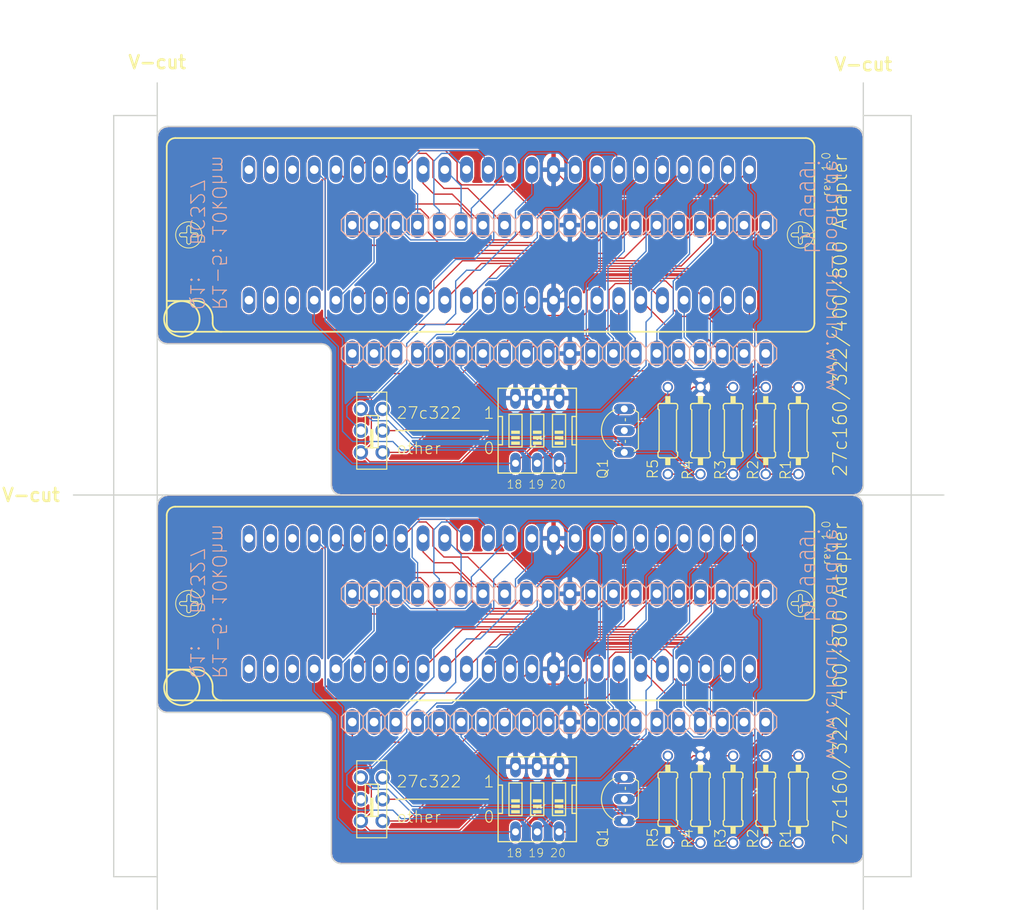
<source format=kicad_pcb>
(kicad_pcb (version 4) (host pcbnew 4.0.4-stable)
  (layers (0 Top signal) (31 Bottom signal) (34 B.Paste user) (35 F.Paste user) (36 B.SilkS user) (37 F.SilkS user) (38 B.Mask user) (39 F.Mask user) (44 Edge.Cuts user))
  (net 0 "")
  (net 1 GND)
  (net 2 VCC)
  (net 3 /N$4)
  (net 4 /VPP)
  (net 5 /N$1)
  (net 6 /A20)
  (net 7 /A19)
  (net 8 /A18)
  (net 9 /N$2)
  (net 10 /N$6)
  (net 11 /N$5)
  (net 12 /E)
  (net 13 /D15)
  (net 14 /D14)
  (net 15 /D13)
  (net 16 /D12)
  (net 17 /D11)
  (net 18 /D10)
  (net 19 /D9)
  (net 20 /D8)
  (net 21 /D7)
  (net 22 /D6)
  (net 23 /D5)
  (net 24 /D4)
  (net 25 /D3)
  (net 26 /D2)
  (net 27 /D1)
  (net 28 /D0)
  (net 29 /A0)
  (net 30 /A1)
  (net 31 /A2)
  (net 32 /A3)
  (net 33 /A4)
  (net 34 /A5)
  (net 35 /A6)
  (net 36 /A7)
  (net 37 /A8)
  (net 38 /A9)
  (net 39 /A10)
  (net 40 /A11)
  (net 41 /A12)
  (net 42 /A13)
  (net 43 /A14)
  (net 44 /A15)
  (net 45 /A16)
  (net 46 /A17)
  (module 0207%2f10 (layer Top) (at 163.3601 111.6076 270)
    (fp_text reference R1 (at 3.3274 2.1971 450) (layer F.SilkS) (effects (font (size 1.2065 1.2065) (thickness 0.12065)) (justify right top)))
    (fp_text value 10k hide)
    (pad 1 thru_hole circle (at -5.08 0 270) (size 1.2192 1.2192) (drill 0.8128) (layers *.Cu *.Mask) (net 6 /A20))
    (pad 2 thru_hole circle (at 5.08 0 270) (size 1.2192 1.2192) (drill 0.8128) (layers *.Cu *.Mask) (net 2 VCC))
  )
  (module 27C4002 (layer Top) (at 134.1501 95.0976)
    (fp_text reference U1 hide)
    (fp_text value 27C4002 hide)
    (pad 1 thru_hole oval (at -22.86 7.495 90) (size 3 1.5) (drill 1) (layers *.Cu *.Mask) (net 4 /VPP))
    (pad 2 thru_hole oval (at -20.32 7.495 90) (size 3 1.5) (drill 1) (layers *.Cu *.Mask) (net 12 /E))
    (pad 3 thru_hole oval (at -17.78 7.495 90) (size 3 1.5) (drill 1) (layers *.Cu *.Mask) (net 13 /D15))
    (pad 4 thru_hole oval (at -15.24 7.495 90) (size 3 1.5) (drill 1) (layers *.Cu *.Mask) (net 14 /D14))
    (pad 5 thru_hole oval (at -12.7 7.495 90) (size 3 1.5) (drill 1) (layers *.Cu *.Mask) (net 15 /D13))
    (pad 6 thru_hole oval (at -10.16 7.495 90) (size 3 1.5) (drill 1) (layers *.Cu *.Mask) (net 16 /D12))
    (pad 7 thru_hole oval (at -7.62 7.495 90) (size 3 1.5) (drill 1) (layers *.Cu *.Mask) (net 17 /D11))
    (pad 8 thru_hole oval (at -5.08 7.495 90) (size 3 1.5) (drill 1) (layers *.Cu *.Mask) (net 18 /D10))
    (pad 9 thru_hole oval (at -2.54 7.495 90) (size 3 1.5) (drill 1) (layers *.Cu *.Mask) (net 19 /D9))
    (pad 10 thru_hole oval (at 0 7.495 90) (size 3 1.5) (drill 1) (layers *.Cu *.Mask) (net 20 /D8))
    (pad 11 thru_hole oval (at 2.54 7.495 90) (size 3 1.5) (drill 1) (layers *.Cu *.Mask) (net 1 GND))
    (pad 12 thru_hole oval (at 5.08 7.495 90) (size 3 1.5) (drill 1) (layers *.Cu *.Mask) (net 21 /D7))
    (pad 13 thru_hole oval (at 7.62 7.495 90) (size 3 1.5) (drill 1) (layers *.Cu *.Mask) (net 22 /D6))
    (pad 14 thru_hole oval (at 10.16 7.495 90) (size 3 1.5) (drill 1) (layers *.Cu *.Mask) (net 23 /D5))
    (pad 15 thru_hole oval (at 12.7 7.495 90) (size 3 1.5) (drill 1) (layers *.Cu *.Mask) (net 24 /D4))
    (pad 16 thru_hole oval (at 15.24 7.495 90) (size 3 1.5) (drill 1) (layers *.Cu *.Mask) (net 25 /D3))
    (pad 17 thru_hole oval (at 17.78 7.495 90) (size 3 1.5) (drill 1) (layers *.Cu *.Mask) (net 26 /D2))
    (pad 18 thru_hole oval (at 20.32 7.495 90) (size 3 1.5) (drill 1) (layers *.Cu *.Mask) (net 27 /D1))
    (pad 19 thru_hole oval (at 22.86 7.495 90) (size 3 1.5) (drill 1) (layers *.Cu *.Mask) (net 28 /D0))
    (pad 20 thru_hole oval (at 25.4 7.495 90) (size 3 1.5) (drill 1) (layers *.Cu *.Mask) (net 11 /N$5))
    (pad 21 thru_hole oval (at 25.4 -7.495 90) (size 3 1.5) (drill 1) (layers *.Cu *.Mask) (net 29 /A0))
    (pad 22 thru_hole oval (at 22.86 -7.495 270) (size 3 1.5) (drill 1) (layers *.Cu *.Mask) (net 30 /A1))
    (pad 23 thru_hole oval (at 20.32 -7.495 270) (size 3 1.5) (drill 1) (layers *.Cu *.Mask) (net 31 /A2))
    (pad 24 thru_hole oval (at 17.78 -7.495 270) (size 3 1.5) (drill 1) (layers *.Cu *.Mask) (net 32 /A3))
    (pad 25 thru_hole oval (at 15.24 -7.495 270) (size 3 1.5) (drill 1) (layers *.Cu *.Mask) (net 33 /A4))
    (pad 26 thru_hole oval (at 12.7 -7.495 270) (size 3 1.5) (drill 1) (layers *.Cu *.Mask) (net 34 /A5))
    (pad 27 thru_hole oval (at 10.16 -7.495 270) (size 3 1.5) (drill 1) (layers *.Cu *.Mask) (net 35 /A6))
    (pad 28 thru_hole oval (at 7.62 -7.495 270) (size 3 1.5) (drill 1) (layers *.Cu *.Mask) (net 36 /A7))
    (pad 29 thru_hole oval (at 5.08 -7.495 270) (size 3 1.5) (drill 1) (layers *.Cu *.Mask) (net 37 /A8))
    (pad 30 thru_hole oval (at 2.54 -7.495 270) (size 3 1.5) (drill 1) (layers *.Cu *.Mask) (net 1 GND))
    (pad 31 thru_hole oval (at 0 -7.495 270) (size 3 1.5) (drill 1) (layers *.Cu *.Mask) (net 38 /A9))
    (pad 32 thru_hole oval (at -2.54 -7.495 270) (size 3 1.5) (drill 1) (layers *.Cu *.Mask) (net 39 /A10))
    (pad 33 thru_hole oval (at -5.08 -7.495 270) (size 3 1.5) (drill 1) (layers *.Cu *.Mask) (net 40 /A11))
    (pad 34 thru_hole oval (at -7.62 -7.495 270) (size 3 1.5) (drill 1) (layers *.Cu *.Mask) (net 41 /A12))
    (pad 35 thru_hole oval (at -10.16 -7.495 270) (size 3 1.5) (drill 1) (layers *.Cu *.Mask) (net 42 /A13))
    (pad 36 thru_hole oval (at -12.7 -7.495 90) (size 3 1.5) (drill 1) (layers *.Cu *.Mask) (net 43 /A14))
    (pad 37 thru_hole oval (at -15.24 -7.495 270) (size 3 1.5) (drill 1) (layers *.Cu *.Mask) (net 44 /A15))
    (pad 38 thru_hole oval (at -17.78 -7.495 270) (size 3 1.5) (drill 1) (layers *.Cu *.Mask) (net 45 /A16))
    (pad 39 thru_hole oval (at -20.32 -7.495 270) (size 3 1.5) (drill 1) (layers *.Cu *.Mask) (net 46 /A17))
    (pad 40 thru_hole oval (at -22.86 -7.495 270) (size 3 1.5) (drill 1) (layers *.Cu *.Mask) (net 2 VCC))
  )
  (module 3M_248-3345 (layer Top) (at 131.6101 88.7476)
    (fp_text reference ZX1 hide)
    (fp_text value 3M_248-3345 hide)
    (pad 1 thru_hole oval (at -32.385 7.62 90) (size 3 1.5) (drill 1) (layers *.Cu *.Mask))
    (pad 2 thru_hole oval (at -29.845 7.62 90) (size 3 1.5) (drill 1) (layers *.Cu *.Mask))
    (pad 3 thru_hole oval (at -27.305 7.62 90) (size 3 1.5) (drill 1) (layers *.Cu *.Mask))
    (pad 4 thru_hole oval (at -24.765 7.62 90) (size 3 1.5) (drill 1) (layers *.Cu *.Mask) (net 8 /A18))
    (pad 5 thru_hole oval (at -22.225 7.62 90) (size 3 1.5) (drill 1) (layers *.Cu *.Mask) (net 46 /A17))
    (pad 6 thru_hole oval (at -19.685 7.62 90) (size 3 1.5) (drill 1) (layers *.Cu *.Mask) (net 36 /A7))
    (pad 7 thru_hole oval (at -17.145 7.62 90) (size 3 1.5) (drill 1) (layers *.Cu *.Mask) (net 35 /A6))
    (pad 8 thru_hole oval (at -14.605 7.62 90) (size 3 1.5) (drill 1) (layers *.Cu *.Mask) (net 34 /A5))
    (pad 9 thru_hole oval (at -12.065 7.62 90) (size 3 1.5) (drill 1) (layers *.Cu *.Mask) (net 33 /A4))
    (pad 10 thru_hole oval (at -9.525 7.62 90) (size 3 1.5) (drill 1) (layers *.Cu *.Mask) (net 32 /A3))
    (pad 11 thru_hole oval (at -6.985 7.62 90) (size 3 1.5) (drill 1) (layers *.Cu *.Mask) (net 31 /A2))
    (pad 12 thru_hole oval (at -4.445 7.62 90) (size 3 1.5) (drill 1) (layers *.Cu *.Mask) (net 30 /A1))
    (pad 13 thru_hole oval (at -1.905 7.62 90) (size 3 1.5) (drill 1) (layers *.Cu *.Mask) (net 29 /A0))
    (pad 14 thru_hole oval (at 0.635 7.62 90) (size 3 1.5) (drill 1) (layers *.Cu *.Mask) (net 12 /E))
    (pad 15 thru_hole oval (at 3.175 7.62 90) (size 3 1.5) (drill 1) (layers *.Cu *.Mask) (net 1 GND))
    (pad 16 thru_hole oval (at 5.715 7.62 90) (size 3 1.5) (drill 1) (layers *.Cu *.Mask) (net 10 /N$6))
    (pad 17 thru_hole oval (at 8.255 7.62 90) (size 3 1.5) (drill 1) (layers *.Cu *.Mask) (net 28 /D0))
    (pad 18 thru_hole oval (at 10.795 7.62 90) (size 3 1.5) (drill 1) (layers *.Cu *.Mask) (net 20 /D8))
    (pad 19 thru_hole oval (at 13.335 7.62 90) (size 3 1.5) (drill 1) (layers *.Cu *.Mask) (net 27 /D1))
    (pad 20 thru_hole oval (at 15.875 7.62 90) (size 3 1.5) (drill 1) (layers *.Cu *.Mask) (net 19 /D9))
    (pad 21 thru_hole oval (at 18.415 7.62 90) (size 3 1.5) (drill 1) (layers *.Cu *.Mask) (net 26 /D2))
    (pad 22 thru_hole oval (at 20.955 7.62 90) (size 3 1.5) (drill 1) (layers *.Cu *.Mask) (net 18 /D10))
    (pad 23 thru_hole oval (at 23.495 7.62 90) (size 3 1.5) (drill 1) (layers *.Cu *.Mask) (net 25 /D3))
    (pad 24 thru_hole oval (at 26.035 7.62 90) (size 3 1.5) (drill 1) (layers *.Cu *.Mask) (net 17 /D11))
    (pad 25 thru_hole oval (at 26.035 -7.62 90) (size 3 1.5) (drill 1) (layers *.Cu *.Mask) (net 2 VCC))
    (pad 26 thru_hole oval (at 23.495 -7.62 90) (size 3 1.5) (drill 1) (layers *.Cu *.Mask) (net 24 /D4))
    (pad 27 thru_hole oval (at 20.955 -7.62 90) (size 3 1.5) (drill 1) (layers *.Cu *.Mask) (net 16 /D12))
    (pad 28 thru_hole oval (at 18.415 -7.62 90) (size 3 1.5) (drill 1) (layers *.Cu *.Mask) (net 23 /D5))
    (pad 29 thru_hole oval (at 15.875 -7.62 90) (size 3 1.5) (drill 1) (layers *.Cu *.Mask) (net 15 /D13))
    (pad 30 thru_hole oval (at 13.335 -7.62 90) (size 3 1.5) (drill 1) (layers *.Cu *.Mask) (net 22 /D6))
    (pad 31 thru_hole oval (at 10.795 -7.62 90) (size 3 1.5) (drill 1) (layers *.Cu *.Mask) (net 14 /D14))
    (pad 32 thru_hole oval (at 8.255 -7.62 90) (size 3 1.5) (drill 1) (layers *.Cu *.Mask) (net 21 /D7))
    (pad 33 thru_hole oval (at 5.715 -7.62 90) (size 3 1.5) (drill 1) (layers *.Cu *.Mask) (net 13 /D15))
    (pad 34 thru_hole oval (at 3.175 -7.62 90) (size 3 1.5) (drill 1) (layers *.Cu *.Mask) (net 1 GND))
    (pad 35 thru_hole oval (at 0.635 -7.62 90) (size 3 1.5) (drill 1) (layers *.Cu *.Mask) (net 9 /N$2))
    (pad 36 thru_hole oval (at -1.905 -7.62 90) (size 3 1.5) (drill 1) (layers *.Cu *.Mask) (net 45 /A16))
    (pad 37 thru_hole oval (at -4.445 -7.62 90) (size 3 1.5) (drill 1) (layers *.Cu *.Mask) (net 44 /A15))
    (pad 38 thru_hole oval (at -6.985 -7.62 90) (size 3 1.5) (drill 1) (layers *.Cu *.Mask) (net 43 /A14))
    (pad 39 thru_hole oval (at -9.525 -7.62 90) (size 3 1.5) (drill 1) (layers *.Cu *.Mask) (net 42 /A13))
    (pad 40 thru_hole oval (at -12.065 -7.62 90) (size 3 1.5) (drill 1) (layers *.Cu *.Mask) (net 41 /A12))
    (pad 41 thru_hole oval (at -14.605 -7.62 90) (size 3 1.5) (drill 1) (layers *.Cu *.Mask) (net 40 /A11))
    (pad 42 thru_hole oval (at -17.145 -7.62 90) (size 3 1.5) (drill 1) (layers *.Cu *.Mask) (net 39 /A10))
    (pad 43 thru_hole oval (at -19.685 -7.62 90) (size 3 1.5) (drill 1) (layers *.Cu *.Mask) (net 38 /A9))
    (pad 44 thru_hole oval (at -22.225 -7.62 90) (size 3 1.5) (drill 1) (layers *.Cu *.Mask) (net 37 /A8))
    (pad 45 thru_hole oval (at -24.765 -7.62 90) (size 3 1.5) (drill 1) (layers *.Cu *.Mask) (net 7 /A19))
    (pad 46 thru_hole oval (at -27.305 -7.62 90) (size 3 1.5) (drill 1) (layers *.Cu *.Mask))
    (pad 47 thru_hole oval (at -29.845 -7.62 90) (size 3 1.5) (drill 1) (layers *.Cu *.Mask))
    (pad 48 thru_hole oval (at -32.385 -7.62 90) (size 3 1.5) (drill 1) (layers *.Cu *.Mask))
  )
  (module MS22D16 (layer Top) (at 113.5601 111.6076 90)
    (fp_text reference SW1 hide)
    (fp_text value MS22D16 hide)
    (pad 2 thru_hole circle (at 0 -1.27 180) (size 1.6764 1.6764) (drill 1) (layers *.Cu *.Mask) (net 9 /N$2))
    (pad 5 thru_hole circle (at 0 1.27 180) (size 1.6764 1.6764) (drill 1) (layers *.Cu *.Mask) (net 10 /N$6))
    (pad 1 thru_hole circle (at -2.54 -1.27 180) (size 1.6764 1.6764) (drill 1) (layers *.Cu *.Mask) (net 4 /VPP))
    (pad 3 thru_hole circle (at 2.54 -1.27 180) (size 1.6764 1.6764) (drill 1) (layers *.Cu *.Mask) (net 6 /A20))
    (pad 4 thru_hole circle (at -2.54 1.27 180) (size 1.6764 1.6764) (drill 1) (layers *.Cu *.Mask) (net 11 /N$5))
    (pad 6 thru_hole circle (at 2.54 1.27 180) (size 1.6764 1.6764) (drill 1) (layers *.Cu *.Mask) (net 3 /N$4))
  )
  (module EDG-03 (layer Top) (at 132.8801 111.6076)
    (fp_text reference SW2 hide)
    (fp_text value DIP hide)
    (pad 1 thru_hole oval (at -2.54 3.81 90) (size 2.4384 1.2192) (drill 0.8128) (layers *.Cu *.Mask) (net 8 /A18))
    (pad 2 thru_hole oval (at 0 3.81 90) (size 2.4384 1.2192) (drill 0.8128) (layers *.Cu *.Mask) (net 7 /A19))
    (pad 3 thru_hole oval (at 2.54 3.81 90) (size 2.4384 1.2192) (drill 0.8128) (layers *.Cu *.Mask) (net 6 /A20))
    (pad 4 thru_hole oval (at 2.54 -3.81 90) (size 2.4384 1.2192) (drill 0.8128) (layers *.Cu *.Mask) (net 1 GND))
    (pad 6 thru_hole oval (at -2.54 -3.81 90) (size 2.4384 1.2192) (drill 0.8128) (layers *.Cu *.Mask) (net 1 GND))
    (pad 5 thru_hole oval (at 0 -3.81 90) (size 2.4384 1.2192) (drill 0.8128) (layers *.Cu *.Mask) (net 1 GND))
  )
  (module TO92-EBC (layer Top) (at 141.7701 111.6076 90)
    (fp_text reference Q1 (at -5.7404 -0.5461 90) (layer F.SilkS) (effects (font (size 1.2065 1.2065) (thickness 0.12065)) (justify left bottom)))
    (fp_text value BC327 hide)
    (pad C thru_hole oval (at -2.54 1.27 180) (size 2.4384 1.2192) (drill 0.8128) (layers *.Cu *.Mask) (net 3 /N$4))
    (pad E thru_hole oval (at 2.54 1.27 180) (size 2.4384 1.2192) (drill 0.8128) (layers *.Cu *.Mask) (net 4 /VPP))
    (pad B thru_hole oval (at 0 1.27 180) (size 2.4384 1.2192) (drill 0.8128) (layers *.Cu *.Mask) (net 5 /N$1))
  )
  (module 0207%2f10 (layer Top) (at 151.9301 111.6076 270)
    (fp_text reference R4 (at 3.3274 2.1971 450) (layer F.SilkS) (effects (font (size 1.2065 1.2065) (thickness 0.12065)) (justify right top)))
    (fp_text value 10k hide)
    (pad 1 thru_hole circle (at -5.08 0 270) (size 1.2192 1.2192) (drill 0.8128) (layers *.Cu *.Mask) (net 1 GND))
    (pad 2 thru_hole circle (at 5.08 0 270) (size 1.2192 1.2192) (drill 0.8128) (layers *.Cu *.Mask) (net 3 /N$4))
  )
  (module 0207%2f10 (layer Top) (at 155.7401 111.6076 270)
    (fp_text reference R3 (at 3.3274 2.1971 450) (layer F.SilkS) (effects (font (size 1.2065 1.2065) (thickness 0.12065)) (justify right top)))
    (fp_text value 10k hide)
    (pad 1 thru_hole circle (at -5.08 0 270) (size 1.2192 1.2192) (drill 0.8128) (layers *.Cu *.Mask) (net 8 /A18))
    (pad 2 thru_hole circle (at 5.08 0 270) (size 1.2192 1.2192) (drill 0.8128) (layers *.Cu *.Mask) (net 2 VCC))
  )
  (module 0207%2f10 (layer Top) (at 159.5501 111.6076 270)
    (fp_text reference R2 (at 3.3274 2.1971 450) (layer F.SilkS) (effects (font (size 1.2065 1.2065) (thickness 0.12065)) (justify right top)))
    (fp_text value 10k hide)
    (pad 1 thru_hole circle (at -5.08 0 270) (size 1.2192 1.2192) (drill 0.8128) (layers *.Cu *.Mask) (net 7 /A19))
    (pad 2 thru_hole circle (at 5.08 0 270) (size 1.2192 1.2192) (drill 0.8128) (layers *.Cu *.Mask) (net 2 VCC))
  )
  (module 0207%2f10 (layer Top) (at 148.1201 111.6076 90)
    (fp_text reference R5 (at -5.7404 -1.0541 90) (layer F.SilkS) (effects (font (size 1.2065 1.2065) (thickness 0.12065)) (justify left bottom)))
    (fp_text value 10k hide)
    (pad 1 thru_hole circle (at -5.08 0 90) (size 1.2192 1.2192) (drill 0.8128) (layers *.Cu *.Mask) (net 2 VCC))
    (pad 2 thru_hole circle (at 5.08 0 90) (size 1.2192 1.2192) (drill 0.8128) (layers *.Cu *.Mask) (net 5 /N$1))
  )
  (module 27C4002 (layer Top) (at 134.1501 52.0446)
    (fp_text reference U1 hide)
    (fp_text value 27C4002 hide)
    (pad 1 thru_hole oval (at -22.86 7.495 90) (size 3 1.5) (drill 1) (layers *.Cu *.Mask) (net 4 /VPP))
    (pad 2 thru_hole oval (at -20.32 7.495 90) (size 3 1.5) (drill 1) (layers *.Cu *.Mask) (net 12 /E))
    (pad 3 thru_hole oval (at -17.78 7.495 90) (size 3 1.5) (drill 1) (layers *.Cu *.Mask) (net 13 /D15))
    (pad 4 thru_hole oval (at -15.24 7.495 90) (size 3 1.5) (drill 1) (layers *.Cu *.Mask) (net 14 /D14))
    (pad 5 thru_hole oval (at -12.7 7.495 90) (size 3 1.5) (drill 1) (layers *.Cu *.Mask) (net 15 /D13))
    (pad 6 thru_hole oval (at -10.16 7.495 90) (size 3 1.5) (drill 1) (layers *.Cu *.Mask) (net 16 /D12))
    (pad 7 thru_hole oval (at -7.62 7.495 90) (size 3 1.5) (drill 1) (layers *.Cu *.Mask) (net 17 /D11))
    (pad 8 thru_hole oval (at -5.08 7.495 90) (size 3 1.5) (drill 1) (layers *.Cu *.Mask) (net 18 /D10))
    (pad 9 thru_hole oval (at -2.54 7.495 90) (size 3 1.5) (drill 1) (layers *.Cu *.Mask) (net 19 /D9))
    (pad 10 thru_hole oval (at 0 7.495 90) (size 3 1.5) (drill 1) (layers *.Cu *.Mask) (net 20 /D8))
    (pad 11 thru_hole oval (at 2.54 7.495 90) (size 3 1.5) (drill 1) (layers *.Cu *.Mask) (net 1 GND))
    (pad 12 thru_hole oval (at 5.08 7.495 90) (size 3 1.5) (drill 1) (layers *.Cu *.Mask) (net 21 /D7))
    (pad 13 thru_hole oval (at 7.62 7.495 90) (size 3 1.5) (drill 1) (layers *.Cu *.Mask) (net 22 /D6))
    (pad 14 thru_hole oval (at 10.16 7.495 90) (size 3 1.5) (drill 1) (layers *.Cu *.Mask) (net 23 /D5))
    (pad 15 thru_hole oval (at 12.7 7.495 90) (size 3 1.5) (drill 1) (layers *.Cu *.Mask) (net 24 /D4))
    (pad 16 thru_hole oval (at 15.24 7.495 90) (size 3 1.5) (drill 1) (layers *.Cu *.Mask) (net 25 /D3))
    (pad 17 thru_hole oval (at 17.78 7.495 90) (size 3 1.5) (drill 1) (layers *.Cu *.Mask) (net 26 /D2))
    (pad 18 thru_hole oval (at 20.32 7.495 90) (size 3 1.5) (drill 1) (layers *.Cu *.Mask) (net 27 /D1))
    (pad 19 thru_hole oval (at 22.86 7.495 90) (size 3 1.5) (drill 1) (layers *.Cu *.Mask) (net 28 /D0))
    (pad 20 thru_hole oval (at 25.4 7.495 90) (size 3 1.5) (drill 1) (layers *.Cu *.Mask) (net 11 /N$5))
    (pad 21 thru_hole oval (at 25.4 -7.495 90) (size 3 1.5) (drill 1) (layers *.Cu *.Mask) (net 29 /A0))
    (pad 22 thru_hole oval (at 22.86 -7.495 270) (size 3 1.5) (drill 1) (layers *.Cu *.Mask) (net 30 /A1))
    (pad 23 thru_hole oval (at 20.32 -7.495 270) (size 3 1.5) (drill 1) (layers *.Cu *.Mask) (net 31 /A2))
    (pad 24 thru_hole oval (at 17.78 -7.495 270) (size 3 1.5) (drill 1) (layers *.Cu *.Mask) (net 32 /A3))
    (pad 25 thru_hole oval (at 15.24 -7.495 270) (size 3 1.5) (drill 1) (layers *.Cu *.Mask) (net 33 /A4))
    (pad 26 thru_hole oval (at 12.7 -7.495 270) (size 3 1.5) (drill 1) (layers *.Cu *.Mask) (net 34 /A5))
    (pad 27 thru_hole oval (at 10.16 -7.495 270) (size 3 1.5) (drill 1) (layers *.Cu *.Mask) (net 35 /A6))
    (pad 28 thru_hole oval (at 7.62 -7.495 270) (size 3 1.5) (drill 1) (layers *.Cu *.Mask) (net 36 /A7))
    (pad 29 thru_hole oval (at 5.08 -7.495 270) (size 3 1.5) (drill 1) (layers *.Cu *.Mask) (net 37 /A8))
    (pad 30 thru_hole oval (at 2.54 -7.495 270) (size 3 1.5) (drill 1) (layers *.Cu *.Mask) (net 1 GND))
    (pad 31 thru_hole oval (at 0 -7.495 270) (size 3 1.5) (drill 1) (layers *.Cu *.Mask) (net 38 /A9))
    (pad 32 thru_hole oval (at -2.54 -7.495 270) (size 3 1.5) (drill 1) (layers *.Cu *.Mask) (net 39 /A10))
    (pad 33 thru_hole oval (at -5.08 -7.495 270) (size 3 1.5) (drill 1) (layers *.Cu *.Mask) (net 40 /A11))
    (pad 34 thru_hole oval (at -7.62 -7.495 270) (size 3 1.5) (drill 1) (layers *.Cu *.Mask) (net 41 /A12))
    (pad 35 thru_hole oval (at -10.16 -7.495 270) (size 3 1.5) (drill 1) (layers *.Cu *.Mask) (net 42 /A13))
    (pad 36 thru_hole oval (at -12.7 -7.495 90) (size 3 1.5) (drill 1) (layers *.Cu *.Mask) (net 43 /A14))
    (pad 37 thru_hole oval (at -15.24 -7.495 270) (size 3 1.5) (drill 1) (layers *.Cu *.Mask) (net 44 /A15))
    (pad 38 thru_hole oval (at -17.78 -7.495 270) (size 3 1.5) (drill 1) (layers *.Cu *.Mask) (net 45 /A16))
    (pad 39 thru_hole oval (at -20.32 -7.495 270) (size 3 1.5) (drill 1) (layers *.Cu *.Mask) (net 46 /A17))
    (pad 40 thru_hole oval (at -22.86 -7.495 270) (size 3 1.5) (drill 1) (layers *.Cu *.Mask) (net 2 VCC))
  )
  (module 0207%2f10 (layer Top) (at 163.3601 68.5546 270)
    (fp_text reference R1 (at 3.3274 2.1971 450) (layer F.SilkS) (effects (font (size 1.2065 1.2065) (thickness 0.12065)) (justify right top)))
    (fp_text value 10k hide)
    (pad 1 thru_hole circle (at -5.08 0 270) (size 1.2192 1.2192) (drill 0.8128) (layers *.Cu *.Mask) (net 6 /A20))
    (pad 2 thru_hole circle (at 5.08 0 270) (size 1.2192 1.2192) (drill 0.8128) (layers *.Cu *.Mask) (net 2 VCC))
  )
  (module 0207%2f10 (layer Top) (at 159.5501 68.5546 270)
    (fp_text reference R2 (at 3.3274 2.1971 450) (layer F.SilkS) (effects (font (size 1.2065 1.2065) (thickness 0.12065)) (justify right top)))
    (fp_text value 10k hide)
    (pad 1 thru_hole circle (at -5.08 0 270) (size 1.2192 1.2192) (drill 0.8128) (layers *.Cu *.Mask) (net 7 /A19))
    (pad 2 thru_hole circle (at 5.08 0 270) (size 1.2192 1.2192) (drill 0.8128) (layers *.Cu *.Mask) (net 2 VCC))
  )
  (module EDG-03 (layer Top) (at 132.8801 68.5546)
    (fp_text reference SW2 hide)
    (fp_text value DIP hide)
    (pad 1 thru_hole oval (at -2.54 3.81 90) (size 2.4384 1.2192) (drill 0.8128) (layers *.Cu *.Mask) (net 8 /A18))
    (pad 2 thru_hole oval (at 0 3.81 90) (size 2.4384 1.2192) (drill 0.8128) (layers *.Cu *.Mask) (net 7 /A19))
    (pad 3 thru_hole oval (at 2.54 3.81 90) (size 2.4384 1.2192) (drill 0.8128) (layers *.Cu *.Mask) (net 6 /A20))
    (pad 4 thru_hole oval (at 2.54 -3.81 90) (size 2.4384 1.2192) (drill 0.8128) (layers *.Cu *.Mask) (net 1 GND))
    (pad 6 thru_hole oval (at -2.54 -3.81 90) (size 2.4384 1.2192) (drill 0.8128) (layers *.Cu *.Mask) (net 1 GND))
    (pad 5 thru_hole oval (at 0 -3.81 90) (size 2.4384 1.2192) (drill 0.8128) (layers *.Cu *.Mask) (net 1 GND))
  )
  (module 0207%2f10 (layer Top) (at 155.7401 68.5546 270)
    (fp_text reference R3 (at 3.3274 2.1971 450) (layer F.SilkS) (effects (font (size 1.2065 1.2065) (thickness 0.12065)) (justify right top)))
    (fp_text value 10k hide)
    (pad 1 thru_hole circle (at -5.08 0 270) (size 1.2192 1.2192) (drill 0.8128) (layers *.Cu *.Mask) (net 8 /A18))
    (pad 2 thru_hole circle (at 5.08 0 270) (size 1.2192 1.2192) (drill 0.8128) (layers *.Cu *.Mask) (net 2 VCC))
  )
  (module MS22D16 (layer Top) (at 113.5601 68.5546 90)
    (fp_text reference SW1 hide)
    (fp_text value MS22D16 hide)
    (pad 2 thru_hole circle (at 0 -1.27 180) (size 1.6764 1.6764) (drill 1) (layers *.Cu *.Mask) (net 9 /N$2))
    (pad 5 thru_hole circle (at 0 1.27 180) (size 1.6764 1.6764) (drill 1) (layers *.Cu *.Mask) (net 10 /N$6))
    (pad 1 thru_hole circle (at -2.54 -1.27 180) (size 1.6764 1.6764) (drill 1) (layers *.Cu *.Mask) (net 4 /VPP))
    (pad 3 thru_hole circle (at 2.54 -1.27 180) (size 1.6764 1.6764) (drill 1) (layers *.Cu *.Mask) (net 6 /A20))
    (pad 4 thru_hole circle (at -2.54 1.27 180) (size 1.6764 1.6764) (drill 1) (layers *.Cu *.Mask) (net 11 /N$5))
    (pad 6 thru_hole circle (at 2.54 1.27 180) (size 1.6764 1.6764) (drill 1) (layers *.Cu *.Mask) (net 3 /N$4))
  )
  (module 0207%2f10 (layer Top) (at 151.9301 68.5546 270)
    (fp_text reference R4 (at 3.3274 2.1971 450) (layer F.SilkS) (effects (font (size 1.2065 1.2065) (thickness 0.12065)) (justify right top)))
    (fp_text value 10k hide)
    (pad 1 thru_hole circle (at -5.08 0 270) (size 1.2192 1.2192) (drill 0.8128) (layers *.Cu *.Mask) (net 1 GND))
    (pad 2 thru_hole circle (at 5.08 0 270) (size 1.2192 1.2192) (drill 0.8128) (layers *.Cu *.Mask) (net 3 /N$4))
  )
  (module 0207%2f10 (layer Top) (at 148.1201 68.5546 90)
    (fp_text reference R5 (at -5.7404 -1.0541 90) (layer F.SilkS) (effects (font (size 1.2065 1.2065) (thickness 0.12065)) (justify left bottom)))
    (fp_text value 10k hide)
    (pad 1 thru_hole circle (at -5.08 0 90) (size 1.2192 1.2192) (drill 0.8128) (layers *.Cu *.Mask) (net 2 VCC))
    (pad 2 thru_hole circle (at 5.08 0 90) (size 1.2192 1.2192) (drill 0.8128) (layers *.Cu *.Mask) (net 5 /N$1))
  )
  (module TO92-EBC (layer Top) (at 141.7701 68.5546 90)
    (fp_text reference Q1 (at -5.7404 -0.5461 90) (layer F.SilkS) (effects (font (size 1.2065 1.2065) (thickness 0.12065)) (justify left bottom)))
    (fp_text value BC327 hide)
    (pad C thru_hole oval (at -2.54 1.27 180) (size 2.4384 1.2192) (drill 0.8128) (layers *.Cu *.Mask) (net 3 /N$4))
    (pad E thru_hole oval (at 2.54 1.27 180) (size 2.4384 1.2192) (drill 0.8128) (layers *.Cu *.Mask) (net 4 /VPP))
    (pad B thru_hole oval (at 0 1.27 180) (size 2.4384 1.2192) (drill 0.8128) (layers *.Cu *.Mask) (net 5 /N$1))
  )
  (module 3M_248-3345 (layer Top) (at 131.6101 45.6946)
    (fp_text reference ZX1 hide)
    (fp_text value 3M_248-3345 hide)
    (pad 1 thru_hole oval (at -32.385 7.62 90) (size 3 1.5) (drill 1) (layers *.Cu *.Mask))
    (pad 2 thru_hole oval (at -29.845 7.62 90) (size 3 1.5) (drill 1) (layers *.Cu *.Mask))
    (pad 3 thru_hole oval (at -27.305 7.62 90) (size 3 1.5) (drill 1) (layers *.Cu *.Mask))
    (pad 4 thru_hole oval (at -24.765 7.62 90) (size 3 1.5) (drill 1) (layers *.Cu *.Mask) (net 8 /A18))
    (pad 5 thru_hole oval (at -22.225 7.62 90) (size 3 1.5) (drill 1) (layers *.Cu *.Mask) (net 46 /A17))
    (pad 6 thru_hole oval (at -19.685 7.62 90) (size 3 1.5) (drill 1) (layers *.Cu *.Mask) (net 36 /A7))
    (pad 7 thru_hole oval (at -17.145 7.62 90) (size 3 1.5) (drill 1) (layers *.Cu *.Mask) (net 35 /A6))
    (pad 8 thru_hole oval (at -14.605 7.62 90) (size 3 1.5) (drill 1) (layers *.Cu *.Mask) (net 34 /A5))
    (pad 9 thru_hole oval (at -12.065 7.62 90) (size 3 1.5) (drill 1) (layers *.Cu *.Mask) (net 33 /A4))
    (pad 10 thru_hole oval (at -9.525 7.62 90) (size 3 1.5) (drill 1) (layers *.Cu *.Mask) (net 32 /A3))
    (pad 11 thru_hole oval (at -6.985 7.62 90) (size 3 1.5) (drill 1) (layers *.Cu *.Mask) (net 31 /A2))
    (pad 12 thru_hole oval (at -4.445 7.62 90) (size 3 1.5) (drill 1) (layers *.Cu *.Mask) (net 30 /A1))
    (pad 13 thru_hole oval (at -1.905 7.62 90) (size 3 1.5) (drill 1) (layers *.Cu *.Mask) (net 29 /A0))
    (pad 14 thru_hole oval (at 0.635 7.62 90) (size 3 1.5) (drill 1) (layers *.Cu *.Mask) (net 12 /E))
    (pad 15 thru_hole oval (at 3.175 7.62 90) (size 3 1.5) (drill 1) (layers *.Cu *.Mask) (net 1 GND))
    (pad 16 thru_hole oval (at 5.715 7.62 90) (size 3 1.5) (drill 1) (layers *.Cu *.Mask) (net 10 /N$6))
    (pad 17 thru_hole oval (at 8.255 7.62 90) (size 3 1.5) (drill 1) (layers *.Cu *.Mask) (net 28 /D0))
    (pad 18 thru_hole oval (at 10.795 7.62 90) (size 3 1.5) (drill 1) (layers *.Cu *.Mask) (net 20 /D8))
    (pad 19 thru_hole oval (at 13.335 7.62 90) (size 3 1.5) (drill 1) (layers *.Cu *.Mask) (net 27 /D1))
    (pad 20 thru_hole oval (at 15.875 7.62 90) (size 3 1.5) (drill 1) (layers *.Cu *.Mask) (net 19 /D9))
    (pad 21 thru_hole oval (at 18.415 7.62 90) (size 3 1.5) (drill 1) (layers *.Cu *.Mask) (net 26 /D2))
    (pad 22 thru_hole oval (at 20.955 7.62 90) (size 3 1.5) (drill 1) (layers *.Cu *.Mask) (net 18 /D10))
    (pad 23 thru_hole oval (at 23.495 7.62 90) (size 3 1.5) (drill 1) (layers *.Cu *.Mask) (net 25 /D3))
    (pad 24 thru_hole oval (at 26.035 7.62 90) (size 3 1.5) (drill 1) (layers *.Cu *.Mask) (net 17 /D11))
    (pad 25 thru_hole oval (at 26.035 -7.62 90) (size 3 1.5) (drill 1) (layers *.Cu *.Mask) (net 2 VCC))
    (pad 26 thru_hole oval (at 23.495 -7.62 90) (size 3 1.5) (drill 1) (layers *.Cu *.Mask) (net 24 /D4))
    (pad 27 thru_hole oval (at 20.955 -7.62 90) (size 3 1.5) (drill 1) (layers *.Cu *.Mask) (net 16 /D12))
    (pad 28 thru_hole oval (at 18.415 -7.62 90) (size 3 1.5) (drill 1) (layers *.Cu *.Mask) (net 23 /D5))
    (pad 29 thru_hole oval (at 15.875 -7.62 90) (size 3 1.5) (drill 1) (layers *.Cu *.Mask) (net 15 /D13))
    (pad 30 thru_hole oval (at 13.335 -7.62 90) (size 3 1.5) (drill 1) (layers *.Cu *.Mask) (net 22 /D6))
    (pad 31 thru_hole oval (at 10.795 -7.62 90) (size 3 1.5) (drill 1) (layers *.Cu *.Mask) (net 14 /D14))
    (pad 32 thru_hole oval (at 8.255 -7.62 90) (size 3 1.5) (drill 1) (layers *.Cu *.Mask) (net 21 /D7))
    (pad 33 thru_hole oval (at 5.715 -7.62 90) (size 3 1.5) (drill 1) (layers *.Cu *.Mask) (net 13 /D15))
    (pad 34 thru_hole oval (at 3.175 -7.62 90) (size 3 1.5) (drill 1) (layers *.Cu *.Mask) (net 1 GND))
    (pad 35 thru_hole oval (at 0.635 -7.62 90) (size 3 1.5) (drill 1) (layers *.Cu *.Mask) (net 9 /N$2))
    (pad 36 thru_hole oval (at -1.905 -7.62 90) (size 3 1.5) (drill 1) (layers *.Cu *.Mask) (net 45 /A16))
    (pad 37 thru_hole oval (at -4.445 -7.62 90) (size 3 1.5) (drill 1) (layers *.Cu *.Mask) (net 44 /A15))
    (pad 38 thru_hole oval (at -6.985 -7.62 90) (size 3 1.5) (drill 1) (layers *.Cu *.Mask) (net 43 /A14))
    (pad 39 thru_hole oval (at -9.525 -7.62 90) (size 3 1.5) (drill 1) (layers *.Cu *.Mask) (net 42 /A13))
    (pad 40 thru_hole oval (at -12.065 -7.62 90) (size 3 1.5) (drill 1) (layers *.Cu *.Mask) (net 41 /A12))
    (pad 41 thru_hole oval (at -14.605 -7.62 90) (size 3 1.5) (drill 1) (layers *.Cu *.Mask) (net 40 /A11))
    (pad 42 thru_hole oval (at -17.145 -7.62 90) (size 3 1.5) (drill 1) (layers *.Cu *.Mask) (net 39 /A10))
    (pad 43 thru_hole oval (at -19.685 -7.62 90) (size 3 1.5) (drill 1) (layers *.Cu *.Mask) (net 38 /A9))
    (pad 44 thru_hole oval (at -22.225 -7.62 90) (size 3 1.5) (drill 1) (layers *.Cu *.Mask) (net 37 /A8))
    (pad 45 thru_hole oval (at -24.765 -7.62 90) (size 3 1.5) (drill 1) (layers *.Cu *.Mask) (net 7 /A19))
    (pad 46 thru_hole oval (at -27.305 -7.62 90) (size 3 1.5) (drill 1) (layers *.Cu *.Mask))
    (pad 47 thru_hole oval (at -29.845 -7.62 90) (size 3 1.5) (drill 1) (layers *.Cu *.Mask))
    (pad 48 thru_hole oval (at -32.385 -7.62 90) (size 3 1.5) (drill 1) (layers *.Cu *.Mask))
  )
  (gr_text V-cut (at 73.787 76.073) (layer F.SilkS) (effects (font (size 1.5 1.5) (thickness 0.3))))
  (gr_text V-cut (at 88.519 25.527) (layer F.SilkS) (effects (font (size 1.5 1.5) (thickness 0.3))))
  (gr_text V-cut (at 170.942 25.781) (layer F.SilkS) (effects (font (size 1.5 1.5) (thickness 0.3))))
  (gr_line (start 176.53 31.75) (end 170.942 31.75) (layer Edge.Cuts) (width 0.15))
  (gr_line (start 176.53 120.65) (end 176.53 31.75) (layer Edge.Cuts) (width 0.15))
  (gr_line (start 170.942 120.65) (end 176.53 120.65) (layer Edge.Cuts) (width 0.15))
  (gr_line (start 88.519 120.65) (end 83.439 120.65) (layer Edge.Cuts) (width 0.15))
  (gr_line (start 83.439 31.75) (end 83.439 120.65) (layer Edge.Cuts) (width 0.15))
  (gr_line (start 88.519 31.75) (end 83.439 31.75) (layer Edge.Cuts) (width 0.15))
  (gr_line (start 170.942 77.343) (end 170.942 124.46) (layer Edge.Cuts) (width 0.15))
  (gr_arc (start 169.672 77.343) (end 169.672 76.073) (angle 90) (layer Edge.Cuts) (width 0.15))
  (gr_arc (start 169.799 74.93) (end 170.942 74.93) (angle 90) (layer Edge.Cuts) (width 0.15))
  (gr_text "R1-5: 10kOhm\nQ1:   BC327" (at 92.2401 97.6376 270) (layer B.SilkS) (effects (font (size 1.59258 1.59258) (thickness 0.134112)) (justify left bottom mirror)))
  (gr_text "by gaggi" (at 165.9001 79.8576 270) (layer B.SilkS) (effects (font (size 1.6891 1.6891) (thickness 0.14224)) (justify right top mirror)))
  (gr_text www.circuit-board.de (at 168.4401 79.8576 270) (layer B.SilkS) (effects (font (size 1.6891 1.6891) (thickness 0.14224)) (justify right top mirror)))
  (gr_text 18 (at 131.191 117.3226) (layer F.SilkS) (effects (font (size 0.9652 0.9652) (thickness 0.08128)) (justify right top)))
  (gr_text 20 (at 136.271 117.3226) (layer F.SilkS) (effects (font (size 0.9652 0.9652) (thickness 0.08128)) (justify right top)))
  (gr_text 19 (at 133.731 117.3226) (layer F.SilkS) (effects (font (size 0.9652 0.9652) (thickness 0.08128)) (justify right top)))
  (gr_line (start 116.3701 111.6076) (end 127.1651 111.6076) (layer F.SilkS) (width 0.15))
  (gr_text 1 (at 126.5301 110.3376) (layer F.SilkS) (effects (font (size 1.35128 1.35128) (thickness 0.113792)) (justify left bottom)))
  (gr_text 0 (at 126.5301 112.8776) (layer F.SilkS) (effects (font (size 1.35128 1.35128) (thickness 0.113792)) (justify left top)))
  (gr_text 27c322 (at 116.3701 110.3376) (layer F.SilkS) (effects (font (size 1.35128 1.35128) (thickness 0.113792)) (justify left bottom)))
  (gr_text other (at 116.3701 112.8776) (layer F.SilkS) (effects (font (size 1.35128 1.35128) (thickness 0.113792)) (justify left top)))
  (gr_text "27c160/322/400/800 Adapter" (at 169.164 117.094 90) (layer F.SilkS) (effects (font (size 1.59258 1.59258) (thickness 0.134112)) (justify left bottom)))
  (gr_text "rev 1.0" (at 167.1701 84.3026 90) (layer F.SilkS) (effects (font (size 0.9652 0.9652) (thickness 0.08128)) (justify left bottom)))
  (gr_arc (start 89.662 100.33) (end 89.662 101.473) (angle 90) (layer Edge.Cuts) (width 0.15))
  (gr_line (start 107.696 101.473) (end 89.662 101.473) (layer Edge.Cuts) (width 0.15))
  (gr_arc (start 107.696 102.616) (end 107.696 101.473) (angle 90) (layer Edge.Cuts) (width 0.15))
  (gr_line (start 108.839 117.983) (end 108.839 102.616) (layer Edge.Cuts) (width 0.15))
  (gr_arc (start 109.982 117.983) (end 109.982 119.126) (angle 90) (layer Edge.Cuts) (width 0.15))
  (gr_arc (start 89.789 77.343) (end 88.519 77.343) (angle 90) (layer Edge.Cuts) (width 0.15))
  (gr_line (start 169.799 119.126) (end 109.982 119.126) (layer Edge.Cuts) (width 0.15))
  (gr_arc (start 169.799 117.983) (end 170.942 117.983) (angle 90) (layer Edge.Cuts) (width 0.15))
  (gr_arc (start 89.789 34.29) (end 88.519 34.29) (angle 90) (layer Edge.Cuts) (width 0.15))
  (gr_line (start 88.519 124.46) (end 88.519 27.94) (layer Edge.Cuts) (width 0.15))
  (gr_arc (start 89.662 57.277) (end 89.662 58.42) (angle 90) (layer Edge.Cuts) (width 0.15))
  (gr_line (start 107.696 58.42) (end 89.662 58.42) (layer Edge.Cuts) (width 0.15))
  (gr_arc (start 107.696 59.563) (end 107.696 58.42) (angle 90) (layer Edge.Cuts) (width 0.15))
  (gr_line (start 108.839 74.93) (end 108.839 59.563) (layer Edge.Cuts) (width 0.15))
  (gr_arc (start 109.982 74.93) (end 109.982 76.073) (angle 90) (layer Edge.Cuts) (width 0.15))
  (gr_line (start 180.34 76.073) (end 78.74 76.073) (layer Edge.Cuts) (width 0.15))
  (gr_line (start 170.942 27.94) (end 170.942 74.93) (layer Edge.Cuts) (width 0.15))
  (gr_arc (start 169.672 34.29) (end 169.672 33.02) (angle 90) (layer Edge.Cuts) (width 0.15))
  (gr_line (start 89.789 33.02) (end 169.672 33.02) (layer Edge.Cuts) (width 0.15))
  (gr_text "27c160/322/400/800 Adapter" (at 169.164 74.041 90) (layer F.SilkS) (effects (font (size 1.59258 1.59258) (thickness 0.134112)) (justify left bottom)))
  (gr_text 18 (at 131.191 74.2696) (layer F.SilkS) (effects (font (size 0.9652 0.9652) (thickness 0.08128)) (justify right top)))
  (gr_text 19 (at 133.731 74.2696) (layer F.SilkS) (effects (font (size 0.9652 0.9652) (thickness 0.08128)) (justify right top)))
  (gr_text 20 (at 136.271 74.2696) (layer F.SilkS) (effects (font (size 0.9652 0.9652) (thickness 0.08128)) (justify right top)))
  (gr_line (start 116.3701 68.5546) (end 127.1651 68.5546) (layer F.SilkS) (width 0.15))
  (gr_text 27c322 (at 116.3701 67.2846) (layer F.SilkS) (effects (font (size 1.35128 1.35128) (thickness 0.113792)) (justify left bottom)))
  (gr_text other (at 116.3701 69.8246) (layer F.SilkS) (effects (font (size 1.35128 1.35128) (thickness 0.113792)) (justify left top)))
  (gr_text 1 (at 126.5301 67.2846) (layer F.SilkS) (effects (font (size 1.35128 1.35128) (thickness 0.113792)) (justify left bottom)))
  (gr_text 0 (at 126.5301 69.8246) (layer F.SilkS) (effects (font (size 1.35128 1.35128) (thickness 0.113792)) (justify left top)))
  (gr_text "R1-5: 10kOhm\nQ1:   BC327" (at 92.2401 54.5846 270) (layer B.SilkS) (effects (font (size 1.59258 1.59258) (thickness 0.134112)) (justify left bottom mirror)))
  (gr_text www.circuit-board.de (at 168.4401 36.8046 270) (layer B.SilkS) (effects (font (size 1.6891 1.6891) (thickness 0.14224)) (justify right top mirror)))
  (gr_text "by gaggi" (at 165.9001 36.8046 270) (layer B.SilkS) (effects (font (size 1.6891 1.6891) (thickness 0.14224)) (justify right top mirror)))
  (gr_text "rev 1.0" (at 167.1701 41.2496 90) (layer F.SilkS) (effects (font (size 0.9652 0.9652) (thickness 0.08128)) (justify left bottom)))
  (segment (start 136.6901 94.4626) (end 136.6901 87.6026) (width 0.1524) (layer Bottom) (net 1))
  (segment (start 134.7851 96.3676) (end 134.7851 98.5901) (width 0.1524) (layer Bottom) (net 1))
  (segment (start 134.7851 98.5901) (end 136.6901 100.4951) (width 0.1524) (layer Bottom) (net 1))
  (segment (start 134.7851 96.3676) (end 136.6901 94.4626) (width 0.1524) (layer Bottom) (net 1))
  (segment (start 136.6901 104.6226) (end 135.4201 105.8926) (width 0.1524) (layer Bottom) (net 1))
  (segment (start 136.6901 102.5926) (end 136.6901 104.6226) (width 0.1524) (layer Bottom) (net 1))
  (segment (start 136.6901 100.4951) (end 136.6901 102.5926) (width 0.1524) (layer Bottom) (net 1))
  (segment (start 135.4201 105.8926) (end 135.4201 107.7976) (width 0.1524) (layer Bottom) (net 1))
  (segment (start 135.4201 107.7976) (end 132.8801 107.7976) (width 0.1524) (layer Top) (net 1))
  (segment (start 132.8801 107.7976) (end 130.3401 107.7976) (width 0.1524) (layer Top) (net 1))
  (segment (start 135.4201 107.7976) (end 149.8218 107.7976) (width 0.1524) (layer Top) (net 1))
  (segment (start 149.8218 107.7976) (end 151.0918 106.5276) (width 0.1524) (layer Top) (net 1))
  (segment (start 151.9301 106.5276) (end 151.0918 106.5276) (width 0.1524) (layer Top) (net 1))
  (segment (start 136.6901 83.0326) (end 136.6901 87.6026) (width 0.1524) (layer Top) (net 1))
  (segment (start 134.7851 81.1276) (end 136.6901 83.0326) (width 0.1524) (layer Top) (net 1))
  (segment (start 134.7851 53.3146) (end 136.6901 51.4096) (width 0.1524) (layer Bottom) (net 1))
  (segment (start 136.6901 51.4096) (end 136.6901 44.5496) (width 0.1524) (layer Bottom) (net 1))
  (segment (start 134.7851 38.0746) (end 136.6901 39.9796) (width 0.1524) (layer Top) (net 1))
  (segment (start 136.6901 39.9796) (end 136.6901 44.5496) (width 0.1524) (layer Top) (net 1))
  (segment (start 132.8801 64.7446) (end 130.3401 64.7446) (width 0.1524) (layer Top) (net 1))
  (segment (start 135.4201 64.7446) (end 132.8801 64.7446) (width 0.1524) (layer Top) (net 1))
  (segment (start 151.9301 63.4746) (end 151.0918 63.4746) (width 0.1524) (layer Top) (net 1))
  (segment (start 135.4201 64.7446) (end 149.8218 64.7446) (width 0.1524) (layer Top) (net 1))
  (segment (start 149.8218 64.7446) (end 151.0918 63.4746) (width 0.1524) (layer Top) (net 1))
  (segment (start 134.7851 53.3146) (end 134.7851 55.5371) (width 0.1524) (layer Bottom) (net 1))
  (segment (start 134.7851 55.5371) (end 136.6901 57.4421) (width 0.1524) (layer Bottom) (net 1))
  (segment (start 136.6901 57.4421) (end 136.6901 59.5396) (width 0.1524) (layer Bottom) (net 1))
  (segment (start 136.6901 59.5396) (end 136.6901 61.5696) (width 0.1524) (layer Bottom) (net 1))
  (segment (start 136.6901 61.5696) (end 135.4201 62.8396) (width 0.1524) (layer Bottom) (net 1))
  (segment (start 135.4201 62.8396) (end 135.4201 64.7446) (width 0.1524) (layer Bottom) (net 1))
  (segment (start 158.2801 83.9851) (end 157.6451 83.3501) (width 0.1524) (layer Bottom) (net 2))
  (segment (start 157.6451 83.3501) (end 157.6451 81.1276) (width 0.1524) (layer Bottom) (net 2))
  (segment (start 158.2801 90.0176) (end 158.2801 83.9851) (width 0.1524) (layer Bottom) (net 2))
  (segment (start 158.9151 90.6526) (end 158.2801 90.0176) (width 0.1524) (layer Bottom) (net 2))
  (segment (start 158.9151 98.5901) (end 158.9151 90.6526) (width 0.1524) (layer Bottom) (net 2))
  (segment (start 158.2801 99.2251) (end 158.9151 98.5901) (width 0.1524) (layer Bottom) (net 2))
  (segment (start 158.2801 114.1476) (end 158.2801 103.6701) (width 0.1524) (layer Bottom) (net 2))
  (segment (start 159.5501 115.4176) (end 158.2801 114.1476) (width 0.1524) (layer Bottom) (net 2))
  (segment (start 155.7401 116.6876) (end 158.2801 114.1476) (width 0.1524) (layer Bottom) (net 2))
  (segment (start 159.5501 116.6876) (end 159.5501 115.4176) (width 0.1524) (layer Bottom) (net 2))
  (segment (start 158.2801 103.6701) (end 158.2801 99.2251) (width 0.1524) (layer Bottom) (net 2))
  (segment (start 159.5501 116.6876) (end 163.3601 116.6876) (width 0.1524) (layer Top) (net 2))
  (segment (start 154.9018 116.6876) (end 154.0635 115.8493) (width 0.1524) (layer Top) (net 2))
  (segment (start 155.7401 116.6876) (end 154.9018 116.6876) (width 0.1524) (layer Top) (net 2))
  (segment (start 149.7967 115.8493) (end 148.9584 116.6876) (width 0.1524) (layer Top) (net 2))
  (segment (start 154.0635 115.8493) (end 149.7967 115.8493) (width 0.1524) (layer Top) (net 2))
  (segment (start 148.1201 116.6876) (end 148.9584 116.6876) (width 0.1524) (layer Top) (net 2))
  (segment (start 140.608 86.5629) (end 140.608 88.359) (width 0.1524) (layer Top) (net 2))
  (segment (start 140.608 88.359) (end 138.9981 89.9689) (width 0.1524) (layer Top) (net 2))
  (segment (start 142.8096 84.3613) (end 140.608 86.5629) (width 0.1524) (layer Top) (net 2))
  (segment (start 157.6451 81.1276) (end 154.4114 84.3613) (width 0.1524) (layer Top) (net 2))
  (segment (start 154.4114 84.3613) (end 142.8096 84.3613) (width 0.1524) (layer Top) (net 2))
  (segment (start 113.6564 89.9689) (end 111.2901 87.6026) (width 0.1524) (layer Top) (net 2))
  (segment (start 138.9981 89.9689) (end 113.6564 89.9689) (width 0.1524) (layer Top) (net 2))
  (segment (start 157.6451 38.0746) (end 154.4114 41.3083) (width 0.1524) (layer Top) (net 2))
  (segment (start 154.4114 41.3083) (end 142.8096 41.3083) (width 0.1524) (layer Top) (net 2))
  (segment (start 142.8096 41.3083) (end 140.608 43.5099) (width 0.1524) (layer Top) (net 2))
  (segment (start 140.608 43.5099) (end 140.608 45.306) (width 0.1524) (layer Top) (net 2))
  (segment (start 140.608 45.306) (end 138.9981 46.9159) (width 0.1524) (layer Top) (net 2))
  (segment (start 138.9981 46.9159) (end 113.6564 46.9159) (width 0.1524) (layer Top) (net 2))
  (segment (start 113.6564 46.9159) (end 111.2901 44.5496) (width 0.1524) (layer Top) (net 2))
  (segment (start 148.1201 73.6346) (end 148.9584 73.6346) (width 0.1524) (layer Top) (net 2))
  (segment (start 155.7401 73.6346) (end 154.9018 73.6346) (width 0.1524) (layer Top) (net 2))
  (segment (start 154.9018 73.6346) (end 154.0635 72.7963) (width 0.1524) (layer Top) (net 2))
  (segment (start 154.0635 72.7963) (end 149.7967 72.7963) (width 0.1524) (layer Top) (net 2))
  (segment (start 149.7967 72.7963) (end 148.9584 73.6346) (width 0.1524) (layer Top) (net 2))
  (segment (start 159.5501 73.6346) (end 163.3601 73.6346) (width 0.1524) (layer Top) (net 2))
  (segment (start 155.7401 73.6346) (end 158.2801 71.0946) (width 0.1524) (layer Bottom) (net 2))
  (segment (start 158.2801 71.0946) (end 158.2801 60.6171) (width 0.1524) (layer Bottom) (net 2))
  (segment (start 159.5501 73.6346) (end 159.5501 72.3646) (width 0.1524) (layer Bottom) (net 2))
  (segment (start 159.5501 72.3646) (end 158.2801 71.0946) (width 0.1524) (layer Bottom) (net 2))
  (segment (start 158.2801 60.6171) (end 158.2801 56.1721) (width 0.1524) (layer Bottom) (net 2))
  (segment (start 158.2801 56.1721) (end 158.9151 55.5371) (width 0.1524) (layer Bottom) (net 2))
  (segment (start 158.9151 55.5371) (end 158.9151 47.5996) (width 0.1524) (layer Bottom) (net 2))
  (segment (start 158.9151 47.5996) (end 158.2801 46.9646) (width 0.1524) (layer Bottom) (net 2))
  (segment (start 158.2801 46.9646) (end 158.2801 40.9321) (width 0.1524) (layer Bottom) (net 2))
  (segment (start 158.2801 40.9321) (end 157.6451 40.2971) (width 0.1524) (layer Bottom) (net 2))
  (segment (start 157.6451 40.2971) (end 157.6451 38.0746) (width 0.1524) (layer Bottom) (net 2))
  (segment (start 118.2754 112.446) (end 141.7577 112.446) (width 0.1524) (layer Bottom) (net 3))
  (segment (start 114.897 109.0676) (end 118.2754 112.446) (width 0.1524) (layer Bottom) (net 3))
  (segment (start 114.8301 109.0676) (end 114.897 109.0676) (width 0.1524) (layer Bottom) (net 3))
  (segment (start 151.9301 116.6876) (end 151.0918 116.6876) (width 0.1524) (layer Bottom) (net 3))
  (segment (start 151.0918 116.6876) (end 148.5518 114.1476) (width 0.1524) (layer Bottom) (net 3))
  (segment (start 143.0401 114.1476) (end 143.0401 113.7284) (width 0.1524) (layer Bottom) (net 3))
  (segment (start 141.7577 112.446) (end 143.0401 113.7284) (width 0.1524) (layer Bottom) (net 3))
  (segment (start 148.5518 114.1476) (end 143.0401 114.1476) (width 0.1524) (layer Bottom) (net 3))
  (segment (start 114.8301 66.0146) (end 114.897 66.0146) (width 0.1524) (layer Bottom) (net 3))
  (segment (start 114.897 66.0146) (end 118.2754 69.393) (width 0.1524) (layer Bottom) (net 3))
  (segment (start 118.2754 69.393) (end 141.7577 69.393) (width 0.1524) (layer Bottom) (net 3))
  (segment (start 141.7577 69.393) (end 143.0401 70.6754) (width 0.1524) (layer Bottom) (net 3))
  (segment (start 151.9301 73.6346) (end 151.0918 73.6346) (width 0.1524) (layer Bottom) (net 3))
  (segment (start 143.0401 71.0946) (end 143.0401 70.6754) (width 0.1524) (layer Bottom) (net 3))
  (segment (start 151.0918 73.6346) (end 148.5518 71.0946) (width 0.1524) (layer Bottom) (net 3))
  (segment (start 148.5518 71.0946) (end 143.0401 71.0946) (width 0.1524) (layer Bottom) (net 3))
  (segment (start 142.2018 109.9059) (end 143.0401 109.0676) (width 0.1524) (layer Top) (net 4))
  (segment (start 129.1741 109.9059) (end 142.2018 109.9059) (width 0.1524) (layer Top) (net 4))
  (segment (start 112.5101 114.1476) (end 112.2901 114.1476) (width 0.1524) (layer Top) (net 4))
  (segment (start 112.2901 114.2141) (end 112.2901 114.1476) (width 0.1524) (layer Top) (net 4))
  (segment (start 113.3217 115.2457) (end 112.2901 114.2141) (width 0.1524) (layer Top) (net 4))
  (segment (start 113.4301 113.2276) (end 112.5101 114.1476) (width 0.1524) (layer Top) (net 4))
  (segment (start 113.5126 113.1451) (end 113.4301 113.2276) (width 0.1524) (layer Top) (net 4))
  (segment (start 111.2901 105.5751) (end 113.5126 107.7976) (width 0.1524) (layer Top) (net 4))
  (segment (start 111.2901 102.5926) (end 111.2901 105.5751) (width 0.1524) (layer Top) (net 4))
  (segment (start 123.8343 115.2457) (end 129.1741 109.9059) (width 0.1524) (layer Top) (net 4))
  (segment (start 113.3217 115.2457) (end 123.8343 115.2457) (width 0.1524) (layer Top) (net 4))
  (segment (start 113.5126 107.7976) (end 113.5126 113.1451) (width 0.1524) (layer Top) (net 4))
  (segment (start 113.3217 72.1927) (end 123.8343 72.1927) (width 0.1524) (layer Top) (net 4))
  (segment (start 123.8343 72.1927) (end 129.1741 66.8529) (width 0.1524) (layer Top) (net 4))
  (segment (start 113.4301 70.1746) (end 112.5101 71.0946) (width 0.1524) (layer Top) (net 4))
  (segment (start 112.5101 71.0946) (end 112.2901 71.0946) (width 0.1524) (layer Top) (net 4))
  (segment (start 113.3217 72.1927) (end 112.2901 71.1611) (width 0.1524) (layer Top) (net 4))
  (segment (start 112.2901 71.1611) (end 112.2901 71.0946) (width 0.1524) (layer Top) (net 4))
  (segment (start 129.1741 66.8529) (end 142.2018 66.8529) (width 0.1524) (layer Top) (net 4))
  (segment (start 142.2018 66.8529) (end 143.0401 66.0146) (width 0.1524) (layer Top) (net 4))
  (segment (start 111.2901 59.5396) (end 111.2901 62.5221) (width 0.1524) (layer Top) (net 4))
  (segment (start 111.2901 62.5221) (end 113.5126 64.7446) (width 0.1524) (layer Top) (net 4))
  (segment (start 113.5126 64.7446) (end 113.5126 70.0921) (width 0.1524) (layer Top) (net 4))
  (segment (start 113.5126 70.0921) (end 113.4301 70.1746) (width 0.1524) (layer Top) (net 4))
  (segment (start 148.1201 106.5276) (end 148.1201 107.3659) (width 0.1524) (layer Bottom) (net 5))
  (segment (start 143.8784 111.6076) (end 143.0401 111.6076) (width 0.1524) (layer Bottom) (net 5))
  (segment (start 148.1201 107.3659) (end 144.7167 110.7693) (width 0.1524) (layer Bottom) (net 5))
  (segment (start 144.7167 110.7693) (end 143.8784 111.6076) (width 0.1524) (layer Bottom) (net 5))
  (segment (start 148.1201 63.4746) (end 148.1201 64.3129) (width 0.1524) (layer Bottom) (net 5))
  (segment (start 148.1201 64.3129) (end 144.7167 67.7163) (width 0.1524) (layer Bottom) (net 5))
  (segment (start 144.7167 67.7163) (end 143.8784 68.5546) (width 0.1524) (layer Bottom) (net 5))
  (segment (start 143.8784 68.5546) (end 143.0401 68.5546) (width 0.1524) (layer Bottom) (net 5))
  (segment (start 135.4201 115.4176) (end 133.573 113.5705) (width 0.1524) (layer Bottom) (net 6))
  (segment (start 133.573 113.5705) (end 118.6054 113.5705) (width 0.1524) (layer Bottom) (net 6))
  (segment (start 115.4869 110.452) (end 113.6079 110.452) (width 0.1524) (layer Bottom) (net 6))
  (segment (start 113.6079 110.452) (end 112.357 109.2011) (width 0.1524) (layer Bottom) (net 6))
  (segment (start 118.6054 113.5705) (end 115.4869 110.452) (width 0.1524) (layer Bottom) (net 6))
  (segment (start 112.357 109.2011) (end 112.357 109.0676) (width 0.1524) (layer Bottom) (net 6))
  (segment (start 112.2901 109.0676) (end 112.357 109.0676) (width 0.1524) (layer Bottom) (net 6))
  (segment (start 153.6318 115.4176) (end 162.5218 106.5276) (width 0.1524) (layer Top) (net 6))
  (segment (start 163.3601 106.5276) (end 162.5218 106.5276) (width 0.1524) (layer Top) (net 6))
  (segment (start 135.4201 115.4176) (end 153.6318 115.4176) (width 0.1524) (layer Top) (net 6))
  (segment (start 112.2901 66.0146) (end 112.357 66.0146) (width 0.1524) (layer Bottom) (net 6))
  (segment (start 135.4201 72.3646) (end 133.573 70.5175) (width 0.1524) (layer Bottom) (net 6))
  (segment (start 133.573 70.5175) (end 118.6054 70.5175) (width 0.1524) (layer Bottom) (net 6))
  (segment (start 118.6054 70.5175) (end 115.4869 67.399) (width 0.1524) (layer Bottom) (net 6))
  (segment (start 115.4869 67.399) (end 113.6079 67.399) (width 0.1524) (layer Bottom) (net 6))
  (segment (start 113.6079 67.399) (end 112.357 66.1481) (width 0.1524) (layer Bottom) (net 6))
  (segment (start 112.357 66.1481) (end 112.357 66.0146) (width 0.1524) (layer Bottom) (net 6))
  (segment (start 163.3601 63.4746) (end 162.5218 63.4746) (width 0.1524) (layer Top) (net 6))
  (segment (start 135.4201 72.3646) (end 153.6318 72.3646) (width 0.1524) (layer Top) (net 6))
  (segment (start 153.6318 72.3646) (end 162.5218 63.4746) (width 0.1524) (layer Top) (net 6))
  (segment (start 106.8451 81.1276) (end 108.1151 82.3976) (width 0.1524) (layer Bottom) (net 7))
  (segment (start 108.1151 82.3976) (end 108.1151 98.8273) (width 0.1524) (layer Bottom) (net 7))
  (segment (start 108.1151 98.8273) (end 110.1459 100.8581) (width 0.1524) (layer Bottom) (net 7))
  (segment (start 131.338 113.8755) (end 132.8801 115.4176) (width 0.1524) (layer Bottom) (net 7))
  (segment (start 117.0138 113.8755) (end 131.338 113.8755) (width 0.1524) (layer Bottom) (net 7))
  (segment (start 116.0159 112.8776) (end 117.0138 113.8755) (width 0.1524) (layer Bottom) (net 7))
  (segment (start 116.0159 112.8776) (end 111.3431 112.8776) (width 0.1524) (layer Bottom) (net 7))
  (segment (start 110.1459 100.8581) (end 110.1459 111.6804) (width 0.1524) (layer Bottom) (net 7))
  (segment (start 111.3431 112.8776) (end 110.1459 111.6804) (width 0.1524) (layer Bottom) (net 7))
  (segment (start 132.8801 115.4176) (end 135.4201 112.8776) (width 0.1524) (layer Top) (net 7))
  (segment (start 159.5501 106.5276) (end 158.7118 106.5276) (width 0.1524) (layer Top) (net 7))
  (segment (start 152.3618 112.8776) (end 158.7118 106.5276) (width 0.1524) (layer Top) (net 7))
  (segment (start 135.4201 112.8776) (end 152.3618 112.8776) (width 0.1524) (layer Top) (net 7))
  (segment (start 159.5501 63.4746) (end 158.7118 63.4746) (width 0.1524) (layer Top) (net 7))
  (segment (start 132.8801 72.3646) (end 135.4201 69.8246) (width 0.1524) (layer Top) (net 7))
  (segment (start 135.4201 69.8246) (end 152.3618 69.8246) (width 0.1524) (layer Top) (net 7))
  (segment (start 152.3618 69.8246) (end 158.7118 63.4746) (width 0.1524) (layer Top) (net 7))
  (segment (start 106.8451 38.0746) (end 108.1151 39.3446) (width 0.1524) (layer Bottom) (net 7))
  (segment (start 108.1151 39.3446) (end 108.1151 55.7743) (width 0.1524) (layer Bottom) (net 7))
  (segment (start 108.1151 55.7743) (end 110.1459 57.8051) (width 0.1524) (layer Bottom) (net 7))
  (segment (start 110.1459 57.8051) (end 110.1459 68.6274) (width 0.1524) (layer Bottom) (net 7))
  (segment (start 116.0159 69.8246) (end 117.0138 70.8225) (width 0.1524) (layer Bottom) (net 7))
  (segment (start 117.0138 70.8225) (end 131.338 70.8225) (width 0.1524) (layer Bottom) (net 7))
  (segment (start 131.338 70.8225) (end 132.8801 72.3646) (width 0.1524) (layer Bottom) (net 7))
  (segment (start 116.0159 69.8246) (end 111.3431 69.8246) (width 0.1524) (layer Bottom) (net 7))
  (segment (start 111.3431 69.8246) (end 110.1459 68.6274) (width 0.1524) (layer Bottom) (net 7))
  (segment (start 106.8451 98.9682) (end 109.662 101.7851) (width 0.1524) (layer Bottom) (net 8))
  (segment (start 106.8451 96.3676) (end 106.8451 98.9682) (width 0.1524) (layer Bottom) (net 8))
  (segment (start 111.3034 115.4176) (end 130.3401 115.4176) (width 0.1524) (layer Bottom) (net 8))
  (segment (start 109.662 101.7851) (end 109.662 113.7762) (width 0.1524) (layer Bottom) (net 8))
  (segment (start 109.662 113.7762) (end 111.3034 115.4176) (width 0.1524) (layer Bottom) (net 8))
  (segment (start 154.9018 106.5276) (end 151.0473 110.3821) (width 0.1524) (layer Top) (net 8))
  (segment (start 135.3756 110.3821) (end 130.3401 115.4176) (width 0.1524) (layer Top) (net 8))
  (segment (start 155.7401 106.5276) (end 154.9018 106.5276) (width 0.1524) (layer Top) (net 8))
  (segment (start 151.0473 110.3821) (end 135.3756 110.3821) (width 0.1524) (layer Top) (net 8))
  (segment (start 106.8451 53.3146) (end 106.8451 55.9152) (width 0.1524) (layer Bottom) (net 8))
  (segment (start 106.8451 55.9152) (end 109.662 58.7321) (width 0.1524) (layer Bottom) (net 8))
  (segment (start 109.662 58.7321) (end 109.662 70.7232) (width 0.1524) (layer Bottom) (net 8))
  (segment (start 109.662 70.7232) (end 111.3034 72.3646) (width 0.1524) (layer Bottom) (net 8))
  (segment (start 111.3034 72.3646) (end 130.3401 72.3646) (width 0.1524) (layer Bottom) (net 8))
  (segment (start 155.7401 63.4746) (end 154.9018 63.4746) (width 0.1524) (layer Top) (net 8))
  (segment (start 154.9018 63.4746) (end 151.0473 67.3291) (width 0.1524) (layer Top) (net 8))
  (segment (start 151.0473 67.3291) (end 135.3756 67.3291) (width 0.1524) (layer Top) (net 8))
  (segment (start 135.3756 67.3291) (end 130.3401 72.3646) (width 0.1524) (layer Top) (net 8))
  (segment (start 119.8626 99.2251) (end 117.6401 101.4476) (width 0.1524) (layer Bottom) (net 9))
  (segment (start 122.0851 99.2251) (end 119.8626 99.2251) (width 0.1524) (layer Bottom) (net 9))
  (segment (start 123.3551 97.9551) (end 122.0851 99.2251) (width 0.1524) (layer Bottom) (net 9))
  (segment (start 123.3551 94.1451) (end 123.3551 97.9551) (width 0.1524) (layer Bottom) (net 9))
  (segment (start 124.6251 92.8751) (end 123.3551 94.1451) (width 0.1524) (layer Bottom) (net 9))
  (segment (start 132.2451 81.7626) (end 132.2451 83.9851) (width 0.1524) (layer Bottom) (net 9))
  (segment (start 132.2451 83.9851) (end 130.3401 85.8901) (width 0.1524) (layer Bottom) (net 9))
  (segment (start 130.3401 85.8901) (end 130.3401 88.7476) (width 0.1524) (layer Bottom) (net 9))
  (segment (start 132.2451 81.7626) (end 132.2451 81.1276) (width 0.1524) (layer Bottom) (net 9))
  (segment (start 130.3401 88.7476) (end 126.2126 92.8751) (width 0.1524) (layer Bottom) (net 9))
  (segment (start 126.2126 92.8751) (end 124.6251 92.8751) (width 0.1524) (layer Bottom) (net 9))
  (segment (start 117.6401 103.7877) (end 117.6401 101.4476) (width 0.1524) (layer Bottom) (net 9))
  (segment (start 113.6302 107.7976) (end 112.5601 107.7976) (width 0.1524) (layer Bottom) (net 9))
  (segment (start 117.6401 103.7877) (end 113.6302 107.7976) (width 0.1524) (layer Bottom) (net 9))
  (segment (start 112.5601 107.7976) (end 111.6076 107.7976) (width 0.1524) (layer Bottom) (net 9))
  (segment (start 111.6076 107.7976) (end 110.6551 108.7501) (width 0.1524) (layer Bottom) (net 9))
  (segment (start 110.6551 108.7501) (end 110.6551 109.9726) (width 0.1524) (layer Bottom) (net 9))
  (segment (start 110.6551 109.9726) (end 112.2901 111.6076) (width 0.1524) (layer Bottom) (net 9))
  (segment (start 117.6401 60.7347) (end 113.6302 64.7446) (width 0.1524) (layer Bottom) (net 9))
  (segment (start 113.6302 64.7446) (end 112.5601 64.7446) (width 0.1524) (layer Bottom) (net 9))
  (segment (start 112.5601 64.7446) (end 111.6076 64.7446) (width 0.1524) (layer Bottom) (net 9))
  (segment (start 111.6076 64.7446) (end 110.6551 65.6971) (width 0.1524) (layer Bottom) (net 9))
  (segment (start 110.6551 65.6971) (end 110.6551 66.9196) (width 0.1524) (layer Bottom) (net 9))
  (segment (start 110.6551 66.9196) (end 112.2901 68.5546) (width 0.1524) (layer Bottom) (net 9))
  (segment (start 132.2451 38.7096) (end 132.2451 38.0746) (width 0.1524) (layer Bottom) (net 9))
  (segment (start 132.2451 38.7096) (end 132.2451 40.9321) (width 0.1524) (layer Bottom) (net 9))
  (segment (start 132.2451 40.9321) (end 130.3401 42.8371) (width 0.1524) (layer Bottom) (net 9))
  (segment (start 130.3401 42.8371) (end 130.3401 45.6946) (width 0.1524) (layer Bottom) (net 9))
  (segment (start 130.3401 45.6946) (end 126.2126 49.8221) (width 0.1524) (layer Bottom) (net 9))
  (segment (start 126.2126 49.8221) (end 124.6251 49.8221) (width 0.1524) (layer Bottom) (net 9))
  (segment (start 124.6251 49.8221) (end 123.3551 51.0921) (width 0.1524) (layer Bottom) (net 9))
  (segment (start 123.3551 51.0921) (end 123.3551 54.9021) (width 0.1524) (layer Bottom) (net 9))
  (segment (start 123.3551 54.9021) (end 122.0851 56.1721) (width 0.1524) (layer Bottom) (net 9))
  (segment (start 122.0851 56.1721) (end 119.8626 56.1721) (width 0.1524) (layer Bottom) (net 9))
  (segment (start 119.8626 56.1721) (end 117.6401 58.3946) (width 0.1524) (layer Bottom) (net 9))
  (segment (start 117.6401 60.7347) (end 117.6401 58.3946) (width 0.1524) (layer Bottom) (net 9))
  (segment (start 125.3162 101.3547) (end 125.3162 103.7182) (width 0.1524) (layer Top) (net 10))
  (segment (start 128.9858 100.4288) (end 126.2421 100.4288) (width 0.1524) (layer Top) (net 10))
  (segment (start 126.2421 100.4288) (end 125.3162 101.3547) (width 0.1524) (layer Top) (net 10))
  (segment (start 125.3162 103.7182) (end 117.4268 111.6076) (width 0.1524) (layer Top) (net 10))
  (segment (start 114.8301 111.6076) (end 114.897 111.6076) (width 0.1524) (layer Top) (net 10))
  (segment (start 117.4268 111.6076) (end 114.897 111.6076) (width 0.1524) (layer Top) (net 10))
  (segment (start 137.3251 96.3676) (end 135.5295 98.1632) (width 0.1524) (layer Top) (net 10))
  (segment (start 131.2514 98.1632) (end 128.9858 100.4288) (width 0.1524) (layer Top) (net 10))
  (segment (start 135.5295 98.1632) (end 131.2514 98.1632) (width 0.1524) (layer Top) (net 10))
  (segment (start 137.3251 53.3146) (end 135.5295 55.1102) (width 0.1524) (layer Top) (net 10))
  (segment (start 135.5295 55.1102) (end 131.2514 55.1102) (width 0.1524) (layer Top) (net 10))
  (segment (start 131.2514 55.1102) (end 128.9858 57.3758) (width 0.1524) (layer Top) (net 10))
  (segment (start 128.9858 57.3758) (end 126.2421 57.3758) (width 0.1524) (layer Top) (net 10))
  (segment (start 126.2421 57.3758) (end 125.3162 58.3017) (width 0.1524) (layer Top) (net 10))
  (segment (start 125.3162 58.3017) (end 125.3162 60.6652) (width 0.1524) (layer Top) (net 10))
  (segment (start 125.3162 60.6652) (end 117.4268 68.5546) (width 0.1524) (layer Top) (net 10))
  (segment (start 117.4268 68.5546) (end 114.897 68.5546) (width 0.1524) (layer Top) (net 10))
  (segment (start 114.8301 68.5546) (end 114.897 68.5546) (width 0.1524) (layer Top) (net 10))
  (segment (start 126.5264 105.2613) (end 157.9589 105.2613) (width 0.1524) (layer Top) (net 11))
  (segment (start 159.5501 103.6701) (end 159.5501 102.5926) (width 0.1524) (layer Top) (net 11))
  (segment (start 157.9589 105.2613) (end 159.5501 103.6701) (width 0.1524) (layer Top) (net 11))
  (segment (start 126.5264 105.2613) (end 117.6401 114.1476) (width 0.1524) (layer Top) (net 11))
  (segment (start 117.6401 114.1476) (end 114.8301 114.1476) (width 0.1524) (layer Top) (net 11))
  (segment (start 126.5264 62.2083) (end 117.6401 71.0946) (width 0.1524) (layer Top) (net 11))
  (segment (start 117.6401 71.0946) (end 114.8301 71.0946) (width 0.1524) (layer Top) (net 11))
  (segment (start 126.5264 62.2083) (end 157.9589 62.2083) (width 0.1524) (layer Top) (net 11))
  (segment (start 157.9589 62.2083) (end 159.5501 60.6171) (width 0.1524) (layer Top) (net 11))
  (segment (start 159.5501 60.6171) (end 159.5501 59.5396) (width 0.1524) (layer Top) (net 11))
  (segment (start 117.2376 99.1851) (end 113.8301 102.5926) (width 0.1524) (layer Top) (net 12))
  (segment (start 132.2451 96.3676) (end 129.4276 99.1851) (width 0.1524) (layer Top) (net 12))
  (segment (start 129.4276 99.1851) (end 117.2376 99.1851) (width 0.1524) (layer Top) (net 12))
  (segment (start 132.2451 53.3146) (end 129.4276 56.1321) (width 0.1524) (layer Top) (net 12))
  (segment (start 129.4276 56.1321) (end 117.2376 56.1321) (width 0.1524) (layer Top) (net 12))
  (segment (start 117.2376 56.1321) (end 113.8301 59.5396) (width 0.1524) (layer Top) (net 12))
  (segment (start 120.8151 97.3201) (end 116.3701 101.7651) (width 0.1524) (layer Bottom) (net 13))
  (segment (start 120.8151 94.1451) (end 120.8151 97.3201) (width 0.1524) (layer Bottom) (net 13))
  (segment (start 125.5776 91.6051) (end 123.3551 91.6051) (width 0.1524) (layer Bottom) (net 13))
  (segment (start 123.3551 91.6051) (end 120.8151 94.1451) (width 0.1524) (layer Bottom) (net 13))
  (segment (start 131.083 82.0204) (end 131.083 82.6072) (width 0.1524) (layer Bottom) (net 13))
  (segment (start 131.083 79.9917) (end 131.083 82.0204) (width 0.1524) (layer Bottom) (net 13))
  (segment (start 131.8854 79.1893) (end 131.083 79.9917) (width 0.1524) (layer Bottom) (net 13))
  (segment (start 131.083 82.6072) (end 127.8001 85.8901) (width 0.1524) (layer Bottom) (net 13))
  (segment (start 127.8001 85.8901) (end 127.8001 89.3826) (width 0.1524) (layer Bottom) (net 13))
  (segment (start 135.3868 79.1893) (end 131.8854 79.1893) (width 0.1524) (layer Bottom) (net 13))
  (segment (start 137.3251 81.1276) (end 135.3868 79.1893) (width 0.1524) (layer Bottom) (net 13))
  (segment (start 127.8001 89.3826) (end 125.5776 91.6051) (width 0.1524) (layer Bottom) (net 13))
  (segment (start 116.3701 101.7651) (end 116.3701 102.5926) (width 0.1524) (layer Bottom) (net 13))
  (segment (start 137.3251 38.0746) (end 135.3868 36.1363) (width 0.1524) (layer Bottom) (net 13))
  (segment (start 135.3868 36.1363) (end 131.8854 36.1363) (width 0.1524) (layer Bottom) (net 13))
  (segment (start 131.8854 36.1363) (end 131.083 36.9387) (width 0.1524) (layer Bottom) (net 13))
  (segment (start 131.083 36.9387) (end 131.083 38.9674) (width 0.1524) (layer Bottom) (net 13))
  (segment (start 131.083 38.9674) (end 131.083 39.5542) (width 0.1524) (layer Bottom) (net 13))
  (segment (start 131.083 39.5542) (end 127.8001 42.8371) (width 0.1524) (layer Bottom) (net 13))
  (segment (start 127.8001 42.8371) (end 127.8001 46.3296) (width 0.1524) (layer Bottom) (net 13))
  (segment (start 127.8001 46.3296) (end 125.5776 48.5521) (width 0.1524) (layer Bottom) (net 13))
  (segment (start 125.5776 48.5521) (end 123.3551 48.5521) (width 0.1524) (layer Bottom) (net 13))
  (segment (start 123.3551 48.5521) (end 120.8151 51.0921) (width 0.1524) (layer Bottom) (net 13))
  (segment (start 120.8151 51.0921) (end 120.8151 54.2671) (width 0.1524) (layer Bottom) (net 13))
  (segment (start 120.8151 54.2671) (end 116.3701 58.7121) (width 0.1524) (layer Bottom) (net 13))
  (segment (start 116.3701 58.7121) (end 116.3701 59.5396) (width 0.1524) (layer Bottom) (net 13))
  (segment (start 122.9171 100.3732) (end 121.1295 100.3732) (width 0.1524) (layer Bottom) (net 14))
  (segment (start 122.9171 100.3732) (end 125.8951 97.3952) (width 0.1524) (layer Bottom) (net 14))
  (segment (start 139.3351 79.2439) (end 141.7914 79.2439) (width 0.1524) (layer Bottom) (net 14))
  (segment (start 139.3351 79.2439) (end 138.6391 79.9399) (width 0.1524) (layer Bottom) (net 14))
  (segment (start 142.4051 79.8576) (end 142.4051 81.1276) (width 0.1524) (layer Bottom) (net 14))
  (segment (start 141.7914 79.2439) (end 142.4051 79.8576) (width 0.1524) (layer Bottom) (net 14))
  (segment (start 125.8951 96.6851) (end 125.8951 95.0976) (width 0.1524) (layer Bottom) (net 14))
  (segment (start 127.1651 93.8276) (end 128.1176 93.8276) (width 0.1524) (layer Bottom) (net 14))
  (segment (start 125.8951 97.3952) (end 125.8951 96.6851) (width 0.1524) (layer Bottom) (net 14))
  (segment (start 125.8951 95.0976) (end 127.1651 93.8276) (width 0.1524) (layer Bottom) (net 14))
  (segment (start 132.8801 86.7297) (end 132.8801 88.843) (width 0.1524) (layer Bottom) (net 14))
  (segment (start 133.9033 85.7065) (end 132.8801 86.7297) (width 0.1524) (layer Bottom) (net 14))
  (segment (start 135.3343 85.7065) (end 133.9033 85.7065) (width 0.1524) (layer Bottom) (net 14))
  (segment (start 138.6391 82.4017) (end 135.3343 85.7065) (width 0.1524) (layer Bottom) (net 14))
  (segment (start 138.6391 79.9399) (end 138.6391 82.4017) (width 0.1524) (layer Bottom) (net 14))
  (segment (start 132.8801 89.0651) (end 132.8801 88.843) (width 0.1524) (layer Bottom) (net 14))
  (segment (start 128.1176 93.8276) (end 132.8801 89.0651) (width 0.1524) (layer Bottom) (net 14))
  (segment (start 121.1295 100.3732) (end 118.9101 102.5926) (width 0.1524) (layer Bottom) (net 14))
  (segment (start 139.3351 36.1909) (end 138.6391 36.8869) (width 0.1524) (layer Bottom) (net 14))
  (segment (start 138.6391 36.8869) (end 138.6391 39.3487) (width 0.1524) (layer Bottom) (net 14))
  (segment (start 138.6391 39.3487) (end 135.3343 42.6535) (width 0.1524) (layer Bottom) (net 14))
  (segment (start 135.3343 42.6535) (end 133.9033 42.6535) (width 0.1524) (layer Bottom) (net 14))
  (segment (start 133.9033 42.6535) (end 132.8801 43.6767) (width 0.1524) (layer Bottom) (net 14))
  (segment (start 132.8801 43.6767) (end 132.8801 45.79) (width 0.1524) (layer Bottom) (net 14))
  (segment (start 122.9171 57.3202) (end 121.1295 57.3202) (width 0.1524) (layer Bottom) (net 14))
  (segment (start 121.1295 57.3202) (end 118.9101 59.5396) (width 0.1524) (layer Bottom) (net 14))
  (segment (start 139.3351 36.1909) (end 141.7914 36.1909) (width 0.1524) (layer Bottom) (net 14))
  (segment (start 141.7914 36.1909) (end 142.4051 36.8046) (width 0.1524) (layer Bottom) (net 14))
  (segment (start 142.4051 36.8046) (end 142.4051 38.0746) (width 0.1524) (layer Bottom) (net 14))
  (segment (start 132.8801 46.0121) (end 132.8801 45.79) (width 0.1524) (layer Bottom) (net 14))
  (segment (start 122.9171 57.3202) (end 125.8951 54.3422) (width 0.1524) (layer Bottom) (net 14))
  (segment (start 125.8951 54.3422) (end 125.8951 53.6321) (width 0.1524) (layer Bottom) (net 14))
  (segment (start 125.8951 53.6321) (end 125.8951 52.0446) (width 0.1524) (layer Bottom) (net 14))
  (segment (start 125.8951 52.0446) (end 127.1651 50.7746) (width 0.1524) (layer Bottom) (net 14))
  (segment (start 127.1651 50.7746) (end 128.1176 50.7746) (width 0.1524) (layer Bottom) (net 14))
  (segment (start 128.1176 50.7746) (end 132.8801 46.0121) (width 0.1524) (layer Bottom) (net 14))
  (segment (start 112.5601 100.8126) (end 112.5601 104.3051) (width 0.1524) (layer Top) (net 15))
  (segment (start 112.5601 104.3051) (end 113.1951 104.9401) (width 0.1524) (layer Top) (net 15))
  (segment (start 111.2901 99.5426) (end 112.5601 100.8126) (width 0.1524) (layer Top) (net 15))
  (segment (start 121.4501 103.9876) (end 121.4501 102.5926) (width 0.1524) (layer Top) (net 15))
  (segment (start 120.4976 104.9401) (end 121.4501 103.9876) (width 0.1524) (layer Top) (net 15))
  (segment (start 113.1951 104.9401) (end 120.4976 104.9401) (width 0.1524) (layer Top) (net 15))
  (segment (start 109.0676 78.5876) (end 108.1151 79.5401) (width 0.1524) (layer Top) (net 15))
  (segment (start 109.3851 99.5426) (end 111.2901 99.5426) (width 0.1524) (layer Top) (net 15))
  (segment (start 108.1151 98.2726) (end 109.3851 99.5426) (width 0.1524) (layer Top) (net 15))
  (segment (start 108.1151 79.5401) (end 108.1151 98.2726) (width 0.1524) (layer Top) (net 15))
  (segment (start 145.5801 78.5876) (end 109.0676 78.5876) (width 0.1524) (layer Top) (net 15))
  (segment (start 147.4851 81.1276) (end 147.4851 80.4926) (width 0.1524) (layer Top) (net 15))
  (segment (start 147.4851 80.4926) (end 145.5801 78.5876) (width 0.1524) (layer Top) (net 15))
  (segment (start 147.4851 38.0746) (end 147.4851 37.4396) (width 0.1524) (layer Top) (net 15))
  (segment (start 147.4851 37.4396) (end 145.5801 35.5346) (width 0.1524) (layer Top) (net 15))
  (segment (start 145.5801 35.5346) (end 109.0676 35.5346) (width 0.1524) (layer Top) (net 15))
  (segment (start 109.0676 35.5346) (end 108.1151 36.4871) (width 0.1524) (layer Top) (net 15))
  (segment (start 108.1151 36.4871) (end 108.1151 55.2196) (width 0.1524) (layer Top) (net 15))
  (segment (start 108.1151 55.2196) (end 109.3851 56.4896) (width 0.1524) (layer Top) (net 15))
  (segment (start 109.3851 56.4896) (end 111.2901 56.4896) (width 0.1524) (layer Top) (net 15))
  (segment (start 111.2901 56.4896) (end 112.5601 57.7596) (width 0.1524) (layer Top) (net 15))
  (segment (start 112.5601 57.7596) (end 112.5601 61.2521) (width 0.1524) (layer Top) (net 15))
  (segment (start 112.5601 61.2521) (end 113.1951 61.8871) (width 0.1524) (layer Top) (net 15))
  (segment (start 113.1951 61.8871) (end 120.4976 61.8871) (width 0.1524) (layer Top) (net 15))
  (segment (start 120.4976 61.8871) (end 121.4501 60.9346) (width 0.1524) (layer Top) (net 15))
  (segment (start 121.4501 60.9346) (end 121.4501 59.5396) (width 0.1524) (layer Top) (net 15))
  (segment (start 145.5801 98.9076) (end 146.2151 98.2726) (width 0.1524) (layer Bottom) (net 16))
  (segment (start 146.2151 98.2726) (end 146.2151 95.4151) (width 0.1524) (layer Bottom) (net 16))
  (segment (start 146.2151 95.4151) (end 150.6601 90.9701) (width 0.1524) (layer Bottom) (net 16))
  (segment (start 150.6601 85.2551) (end 152.5651 83.3501) (width 0.1524) (layer Bottom) (net 16))
  (segment (start 152.5651 83.3501) (end 152.5651 81.1276) (width 0.1524) (layer Bottom) (net 16))
  (segment (start 150.6601 87.1601) (end 150.6601 85.2551) (width 0.1524) (layer Bottom) (net 16))
  (segment (start 150.6601 90.9701) (end 150.6601 87.1601) (width 0.1524) (layer Bottom) (net 16))
  (segment (start 139.7658 109.2794) (end 128.9482 109.2794) (width 0.1524) (layer Bottom) (net 16))
  (segment (start 128.9482 109.2794) (end 123.9901 104.3213) (width 0.1524) (layer Bottom) (net 16))
  (segment (start 123.9901 102.5926) (end 123.9901 104.3213) (width 0.1524) (layer Bottom) (net 16))
  (segment (start 145.5801 103.9876) (end 145.5801 98.9076) (width 0.1524) (layer Bottom) (net 16))
  (segment (start 139.7658 109.2794) (end 140.2883 109.2794) (width 0.1524) (layer Bottom) (net 16))
  (segment (start 140.2883 109.2794) (end 145.5801 103.9876) (width 0.1524) (layer Bottom) (net 16))
  (segment (start 139.7658 66.2264) (end 128.9482 66.2264) (width 0.1524) (layer Bottom) (net 16))
  (segment (start 128.9482 66.2264) (end 123.9901 61.2683) (width 0.1524) (layer Bottom) (net 16))
  (segment (start 123.9901 59.5396) (end 123.9901 61.2683) (width 0.1524) (layer Bottom) (net 16))
  (segment (start 150.6601 47.9171) (end 150.6601 44.1071) (width 0.1524) (layer Bottom) (net 16))
  (segment (start 150.6601 44.1071) (end 150.6601 42.2021) (width 0.1524) (layer Bottom) (net 16))
  (segment (start 150.6601 42.2021) (end 152.5651 40.2971) (width 0.1524) (layer Bottom) (net 16))
  (segment (start 152.5651 40.2971) (end 152.5651 38.0746) (width 0.1524) (layer Bottom) (net 16))
  (segment (start 139.7658 66.2264) (end 140.2883 66.2264) (width 0.1524) (layer Bottom) (net 16))
  (segment (start 140.2883 66.2264) (end 145.5801 60.9346) (width 0.1524) (layer Bottom) (net 16))
  (segment (start 145.5801 60.9346) (end 145.5801 55.8546) (width 0.1524) (layer Bottom) (net 16))
  (segment (start 145.5801 55.8546) (end 146.2151 55.2196) (width 0.1524) (layer Bottom) (net 16))
  (segment (start 146.2151 55.2196) (end 146.2151 52.3621) (width 0.1524) (layer Bottom) (net 16))
  (segment (start 146.2151 52.3621) (end 150.6601 47.9171) (width 0.1524) (layer Bottom) (net 16))
  (segment (start 157.6451 104.6226) (end 127.4826 104.6226) (width 0.1524) (layer Top) (net 17))
  (segment (start 158.2801 103.9876) (end 157.6451 104.6226) (width 0.1524) (layer Top) (net 17))
  (segment (start 158.2801 100.1776) (end 158.2801 103.9876) (width 0.1524) (layer Top) (net 17))
  (segment (start 157.6451 99.5426) (end 158.2801 100.1776) (width 0.1524) (layer Top) (net 17))
  (segment (start 157.6451 96.3676) (end 157.6451 99.5426) (width 0.1524) (layer Top) (net 17))
  (segment (start 126.5301 103.6701) (end 126.5301 102.5926) (width 0.1524) (layer Top) (net 17))
  (segment (start 127.4826 104.6226) (end 126.5301 103.6701) (width 0.1524) (layer Top) (net 17))
  (segment (start 157.6451 53.3146) (end 157.6451 56.4896) (width 0.1524) (layer Top) (net 17))
  (segment (start 157.6451 56.4896) (end 158.2801 57.1246) (width 0.1524) (layer Top) (net 17))
  (segment (start 158.2801 57.1246) (end 158.2801 60.9346) (width 0.1524) (layer Top) (net 17))
  (segment (start 158.2801 60.9346) (end 157.6451 61.5696) (width 0.1524) (layer Top) (net 17))
  (segment (start 157.6451 61.5696) (end 127.4826 61.5696) (width 0.1524) (layer Top) (net 17))
  (segment (start 127.4826 61.5696) (end 126.5301 60.6171) (width 0.1524) (layer Top) (net 17))
  (segment (start 126.5301 60.6171) (end 126.5301 59.5396) (width 0.1524) (layer Top) (net 17))
  (segment (start 137.1755 99.2551) (end 131.2626 99.2551) (width 0.1524) (layer Top) (net 18))
  (segment (start 131.2626 99.2551) (end 129.0701 101.4476) (width 0.1524) (layer Top) (net 18))
  (segment (start 138.6857 95.2763) (end 138.6857 97.7449) (width 0.1524) (layer Top) (net 18))
  (segment (start 140.1462 93.8158) (end 138.6857 95.2763) (width 0.1524) (layer Top) (net 18))
  (segment (start 152.5651 96.3676) (end 150.0133 93.8158) (width 0.1524) (layer Top) (net 18))
  (segment (start 150.0133 93.8158) (end 140.1462 93.8158) (width 0.1524) (layer Top) (net 18))
  (segment (start 129.0701 101.4476) (end 129.0701 102.5926) (width 0.1524) (layer Top) (net 18))
  (segment (start 138.6857 97.7449) (end 137.1755 99.2551) (width 0.1524) (layer Top) (net 18))
  (segment (start 152.5651 53.3146) (end 150.0133 50.7628) (width 0.1524) (layer Top) (net 18))
  (segment (start 150.0133 50.7628) (end 140.1462 50.7628) (width 0.1524) (layer Top) (net 18))
  (segment (start 140.1462 50.7628) (end 138.6857 52.2233) (width 0.1524) (layer Top) (net 18))
  (segment (start 138.6857 52.2233) (end 138.6857 54.6919) (width 0.1524) (layer Top) (net 18))
  (segment (start 138.6857 54.6919) (end 137.1755 56.2021) (width 0.1524) (layer Top) (net 18))
  (segment (start 137.1755 56.2021) (end 131.2626 56.2021) (width 0.1524) (layer Top) (net 18))
  (segment (start 131.2626 56.2021) (end 129.0701 58.3946) (width 0.1524) (layer Top) (net 18))
  (segment (start 129.0701 58.3946) (end 129.0701 59.5396) (width 0.1524) (layer Top) (net 18))
  (segment (start 134.2882 99.9145) (end 131.6101 102.5926) (width 0.1524) (layer Top) (net 19))
  (segment (start 138.6447 99.9145) (end 134.2882 99.9145) (width 0.1524) (layer Top) (net 19))
  (segment (start 142.0024 94.4257) (end 141.243 95.1851) (width 0.1524) (layer Top) (net 19))
  (segment (start 147.4851 96.3676) (end 145.5432 94.4257) (width 0.1524) (layer Top) (net 19))
  (segment (start 141.243 95.1851) (end 141.243 97.3162) (width 0.1524) (layer Top) (net 19))
  (segment (start 145.5432 94.4257) (end 142.0024 94.4257) (width 0.1524) (layer Top) (net 19))
  (segment (start 141.243 97.3162) (end 138.6447 99.9145) (width 0.1524) (layer Top) (net 19))
  (segment (start 147.4851 53.3146) (end 145.5432 51.3727) (width 0.1524) (layer Top) (net 19))
  (segment (start 145.5432 51.3727) (end 142.0024 51.3727) (width 0.1524) (layer Top) (net 19))
  (segment (start 142.0024 51.3727) (end 141.243 52.1321) (width 0.1524) (layer Top) (net 19))
  (segment (start 141.243 52.1321) (end 141.243 54.2632) (width 0.1524) (layer Top) (net 19))
  (segment (start 141.243 54.2632) (end 138.6447 56.8615) (width 0.1524) (layer Top) (net 19))
  (segment (start 138.6447 56.8615) (end 134.2882 56.8615) (width 0.1524) (layer Top) (net 19))
  (segment (start 134.2882 56.8615) (end 131.6101 59.5396) (width 0.1524) (layer Top) (net 19))
  (segment (start 136.2076 100.5351) (end 134.1501 102.5926) (width 0.1524) (layer Top) (net 20))
  (segment (start 138.2376 100.5351) (end 140.1426 100.5351) (width 0.1524) (layer Top) (net 20))
  (segment (start 140.1426 100.5351) (end 142.4051 98.2726) (width 0.1524) (layer Top) (net 20))
  (segment (start 138.2376 100.5351) (end 136.2076 100.5351) (width 0.1524) (layer Top) (net 20))
  (segment (start 142.4051 98.2726) (end 142.4051 96.3676) (width 0.1524) (layer Top) (net 20))
  (segment (start 138.2376 57.4821) (end 136.2076 57.4821) (width 0.1524) (layer Top) (net 20))
  (segment (start 136.2076 57.4821) (end 134.1501 59.5396) (width 0.1524) (layer Top) (net 20))
  (segment (start 138.2376 57.4821) (end 140.1426 57.4821) (width 0.1524) (layer Top) (net 20))
  (segment (start 140.1426 57.4821) (end 142.4051 55.2196) (width 0.1524) (layer Top) (net 20))
  (segment (start 142.4051 55.2196) (end 142.4051 53.3146) (width 0.1524) (layer Top) (net 20))
  (segment (start 140.2392 92.7714) (end 138.5951 94.4155) (width 0.1524) (layer Bottom) (net 21))
  (segment (start 140.2392 83.0804) (end 140.2392 92.7714) (width 0.1524) (layer Bottom) (net 21))
  (segment (start 139.8651 82.7063) (end 140.2392 83.0804) (width 0.1524) (layer Bottom) (net 21))
  (segment (start 139.8651 81.1276) (end 139.8651 82.7063) (width 0.1524) (layer Bottom) (net 21))
  (segment (start 138.5951 94.4155) (end 138.5951 100.5464) (width 0.1524) (layer Bottom) (net 21))
  (segment (start 138.5951 100.5464) (end 139.2301 101.1814) (width 0.1524) (layer Bottom) (net 21))
  (segment (start 139.2301 102.5926) (end 139.2301 101.1814) (width 0.1524) (layer Bottom) (net 21))
  (segment (start 139.2301 59.5396) (end 139.2301 58.1284) (width 0.1524) (layer Bottom) (net 21))
  (segment (start 139.8651 38.0746) (end 139.8651 39.6533) (width 0.1524) (layer Bottom) (net 21))
  (segment (start 139.8651 39.6533) (end 140.2392 40.0274) (width 0.1524) (layer Bottom) (net 21))
  (segment (start 140.2392 40.0274) (end 140.2392 49.7184) (width 0.1524) (layer Bottom) (net 21))
  (segment (start 140.2392 49.7184) (end 138.5951 51.3625) (width 0.1524) (layer Bottom) (net 21))
  (segment (start 138.5951 51.3625) (end 138.5951 57.4934) (width 0.1524) (layer Bottom) (net 21))
  (segment (start 138.5951 57.4934) (end 139.2301 58.1284) (width 0.1524) (layer Bottom) (net 21))
  (segment (start 141.1351 100.2289) (end 141.1351 92.5576) (width 0.1524) (layer Bottom) (net 22))
  (segment (start 141.1351 92.5576) (end 143.0401 90.6526) (width 0.1524) (layer Bottom) (net 22))
  (segment (start 143.0401 83.6676) (end 143.3313 83.3764) (width 0.1524) (layer Bottom) (net 22))
  (segment (start 143.0401 84.6201) (end 143.0401 83.6676) (width 0.1524) (layer Bottom) (net 22))
  (segment (start 143.0401 90.6526) (end 143.0401 84.6201) (width 0.1524) (layer Bottom) (net 22))
  (segment (start 143.3313 83.3764) (end 144.9451 81.7626) (width 0.1524) (layer Bottom) (net 22))
  (segment (start 144.9451 81.7626) (end 144.9451 81.1276) (width 0.1524) (layer Bottom) (net 22))
  (segment (start 141.7701 102.5926) (end 141.7701 100.8639) (width 0.1524) (layer Bottom) (net 22))
  (segment (start 141.7701 100.8639) (end 141.1351 100.2289) (width 0.1524) (layer Bottom) (net 22))
  (segment (start 141.7701 59.5396) (end 141.7701 57.8109) (width 0.1524) (layer Bottom) (net 22))
  (segment (start 143.3313 40.3234) (end 144.9451 38.7096) (width 0.1524) (layer Bottom) (net 22))
  (segment (start 144.9451 38.7096) (end 144.9451 38.0746) (width 0.1524) (layer Bottom) (net 22))
  (segment (start 141.7701 57.8109) (end 141.1351 57.1759) (width 0.1524) (layer Bottom) (net 22))
  (segment (start 141.1351 57.1759) (end 141.1351 49.5046) (width 0.1524) (layer Bottom) (net 22))
  (segment (start 141.1351 49.5046) (end 143.0401 47.5996) (width 0.1524) (layer Bottom) (net 22))
  (segment (start 143.0401 47.5996) (end 143.0401 41.5671) (width 0.1524) (layer Bottom) (net 22))
  (segment (start 143.0401 41.5671) (end 143.0401 40.6146) (width 0.1524) (layer Bottom) (net 22))
  (segment (start 143.0401 40.6146) (end 143.3313 40.3234) (width 0.1524) (layer Bottom) (net 22))
  (segment (start 143.6751 100.1776) (end 143.6751 92.5576) (width 0.1524) (layer Bottom) (net 23))
  (segment (start 145.5801 90.6526) (end 145.5801 85.5726) (width 0.1524) (layer Bottom) (net 23))
  (segment (start 143.6751 92.5576) (end 145.5801 90.6526) (width 0.1524) (layer Bottom) (net 23))
  (segment (start 146.2151 84.9376) (end 150.0251 81.1276) (width 0.1524) (layer Bottom) (net 23))
  (segment (start 145.8713 85.2814) (end 146.2151 84.9376) (width 0.1524) (layer Bottom) (net 23))
  (segment (start 145.5801 85.5726) (end 146.2151 84.9376) (width 0.1524) (layer Bottom) (net 23))
  (segment (start 144.3101 100.8126) (end 143.6751 100.1776) (width 0.1524) (layer Bottom) (net 23))
  (segment (start 144.3101 100.8639) (end 144.3101 100.8126) (width 0.1524) (layer Bottom) (net 23))
  (segment (start 144.3101 102.5926) (end 144.3101 100.8639) (width 0.1524) (layer Bottom) (net 23))
  (segment (start 145.8713 42.2284) (end 146.2151 41.8846) (width 0.1524) (layer Bottom) (net 23))
  (segment (start 146.2151 41.8846) (end 150.0251 38.0746) (width 0.1524) (layer Bottom) (net 23))
  (segment (start 144.3101 59.5396) (end 144.3101 57.8109) (width 0.1524) (layer Bottom) (net 23))
  (segment (start 144.3101 57.8109) (end 144.3101 57.7596) (width 0.1524) (layer Bottom) (net 23))
  (segment (start 144.3101 57.7596) (end 143.6751 57.1246) (width 0.1524) (layer Bottom) (net 23))
  (segment (start 143.6751 57.1246) (end 143.6751 49.5046) (width 0.1524) (layer Bottom) (net 23))
  (segment (start 143.6751 49.5046) (end 145.5801 47.5996) (width 0.1524) (layer Bottom) (net 23))
  (segment (start 145.5801 47.5996) (end 145.5801 42.5196) (width 0.1524) (layer Bottom) (net 23))
  (segment (start 145.5801 42.5196) (end 146.2151 41.8846) (width 0.1524) (layer Bottom) (net 23))
  (segment (start 155.1051 82.7151) (end 155.1051 81.1276) (width 0.1524) (layer Bottom) (net 24))
  (segment (start 153.2001 84.6201) (end 155.1051 82.7151) (width 0.1524) (layer Bottom) (net 24))
  (segment (start 148.7551 97.9551) (end 148.7551 94.1451) (width 0.1524) (layer Bottom) (net 24))
  (segment (start 146.8501 99.8601) (end 148.7551 97.9551) (width 0.1524) (layer Bottom) (net 24))
  (segment (start 153.2001 86.5251) (end 153.2001 84.6201) (width 0.1524) (layer Bottom) (net 24))
  (segment (start 153.2001 89.7001) (end 153.2001 86.5251) (width 0.1524) (layer Bottom) (net 24))
  (segment (start 148.7551 94.1451) (end 153.2001 89.7001) (width 0.1524) (layer Bottom) (net 24))
  (segment (start 146.8501 102.5926) (end 146.8501 99.8601) (width 0.1524) (layer Bottom) (net 24))
  (segment (start 153.2001 46.6471) (end 153.2001 43.4721) (width 0.1524) (layer Bottom) (net 24))
  (segment (start 153.2001 43.4721) (end 153.2001 41.5671) (width 0.1524) (layer Bottom) (net 24))
  (segment (start 153.2001 41.5671) (end 155.1051 39.6621) (width 0.1524) (layer Bottom) (net 24))
  (segment (start 155.1051 39.6621) (end 155.1051 38.0746) (width 0.1524) (layer Bottom) (net 24))
  (segment (start 146.8501 59.5396) (end 146.8501 56.8071) (width 0.1524) (layer Bottom) (net 24))
  (segment (start 146.8501 56.8071) (end 148.7551 54.9021) (width 0.1524) (layer Bottom) (net 24))
  (segment (start 148.7551 54.9021) (end 148.7551 51.0921) (width 0.1524) (layer Bottom) (net 24))
  (segment (start 148.7551 51.0921) (end 153.2001 46.6471) (width 0.1524) (layer Bottom) (net 24))
  (segment (start 153.0922 98.3805) (end 155.1051 96.3676) (width 0.1524) (layer Bottom) (net 25))
  (segment (start 151.1325 104.335) (end 152.3249 104.335) (width 0.1524) (layer Bottom) (net 25))
  (segment (start 152.3249 104.335) (end 153.0922 103.5677) (width 0.1524) (layer Bottom) (net 25))
  (segment (start 153.0922 103.5677) (end 153.0922 98.3805) (width 0.1524) (layer Bottom) (net 25))
  (segment (start 149.3901 102.5926) (end 151.1325 104.335) (width 0.1524) (layer Bottom) (net 25))
  (segment (start 149.3901 59.5396) (end 151.1325 61.282) (width 0.1524) (layer Bottom) (net 25))
  (segment (start 151.1325 61.282) (end 152.3249 61.282) (width 0.1524) (layer Bottom) (net 25))
  (segment (start 152.3249 61.282) (end 153.0922 60.5147) (width 0.1524) (layer Bottom) (net 25))
  (segment (start 153.0922 60.5147) (end 153.0922 55.3275) (width 0.1524) (layer Bottom) (net 25))
  (segment (start 153.0922 55.3275) (end 155.1051 53.3146) (width 0.1524) (layer Bottom) (net 25))
  (segment (start 150.0251 96.3676) (end 150.0251 97.9463) (width 0.1524) (layer Bottom) (net 26))
  (segment (start 150.0251 100.6876) (end 151.9301 102.5926) (width 0.1524) (layer Bottom) (net 26))
  (segment (start 150.0251 97.9463) (end 150.0251 100.6876) (width 0.1524) (layer Bottom) (net 26))
  (segment (start 150.0251 53.3146) (end 150.0251 54.8933) (width 0.1524) (layer Bottom) (net 26))
  (segment (start 150.0251 54.8933) (end 150.0251 57.6346) (width 0.1524) (layer Bottom) (net 26))
  (segment (start 150.0251 57.6346) (end 151.9301 59.5396) (width 0.1524) (layer Bottom) (net 26))
  (segment (start 151.9048 100.0273) (end 154.4701 102.5926) (width 0.1524) (layer Top) (net 27))
  (segment (start 148.6048 100.0273) (end 151.9048 100.0273) (width 0.1524) (layer Top) (net 27))
  (segment (start 144.9451 96.3676) (end 148.6048 100.0273) (width 0.1524) (layer Top) (net 27))
  (segment (start 144.9451 53.3146) (end 148.6048 56.9743) (width 0.1524) (layer Top) (net 27))
  (segment (start 148.6048 56.9743) (end 151.9048 56.9743) (width 0.1524) (layer Top) (net 27))
  (segment (start 151.9048 56.9743) (end 154.4701 59.5396) (width 0.1524) (layer Top) (net 27))
  (segment (start 152.6814 98.2639) (end 157.0101 102.5926) (width 0.1524) (layer Top) (net 28))
  (segment (start 139.8651 95.0976) (end 139.8651 96.3676) (width 0.1524) (layer Top) (net 28))
  (segment (start 140.842 94.1207) (end 139.8651 95.0976) (width 0.1524) (layer Top) (net 28))
  (segment (start 141.477 94.1207) (end 140.842 94.1207) (width 0.1524) (layer Top) (net 28))
  (segment (start 148.7551 95.0113) (end 148.7551 97.4405) (width 0.1524) (layer Top) (net 28))
  (segment (start 149.5785 98.2639) (end 152.6814 98.2639) (width 0.1524) (layer Top) (net 28))
  (segment (start 148.7551 97.4405) (end 149.5785 98.2639) (width 0.1524) (layer Top) (net 28))
  (segment (start 147.8645 94.1207) (end 148.7551 95.0113) (width 0.1524) (layer Top) (net 28))
  (segment (start 141.477 94.1207) (end 147.8645 94.1207) (width 0.1524) (layer Top) (net 28))
  (segment (start 141.477 51.0677) (end 147.8645 51.0677) (width 0.1524) (layer Top) (net 28))
  (segment (start 147.8645 51.0677) (end 148.7551 51.9583) (width 0.1524) (layer Top) (net 28))
  (segment (start 148.7551 51.9583) (end 148.7551 54.3875) (width 0.1524) (layer Top) (net 28))
  (segment (start 148.7551 54.3875) (end 149.5785 55.2109) (width 0.1524) (layer Top) (net 28))
  (segment (start 149.5785 55.2109) (end 152.6814 55.2109) (width 0.1524) (layer Top) (net 28))
  (segment (start 152.6814 55.2109) (end 157.0101 59.5396) (width 0.1524) (layer Top) (net 28))
  (segment (start 141.477 51.0677) (end 140.842 51.0677) (width 0.1524) (layer Top) (net 28))
  (segment (start 140.842 51.0677) (end 139.8651 52.0446) (width 0.1524) (layer Top) (net 28))
  (segment (start 139.8651 52.0446) (end 139.8651 53.3146) (width 0.1524) (layer Top) (net 28))
  (segment (start 154.1599 92.9928) (end 159.5501 87.6026) (width 0.1524) (layer Top) (net 29))
  (segment (start 129.7051 96.3676) (end 133.0799 92.9928) (width 0.1524) (layer Top) (net 29))
  (segment (start 133.0799 92.9928) (end 154.1599 92.9928) (width 0.1524) (layer Top) (net 29))
  (segment (start 129.7051 53.3146) (end 133.0799 49.9398) (width 0.1524) (layer Top) (net 29))
  (segment (start 133.0799 49.9398) (end 154.1599 49.9398) (width 0.1524) (layer Top) (net 29))
  (segment (start 154.1599 49.9398) (end 159.5501 44.5496) (width 0.1524) (layer Top) (net 29))
  (segment (start 151.9248 92.6879) (end 157.0101 87.6026) (width 0.1524) (layer Top) (net 30))
  (segment (start 127.1651 96.3676) (end 130.8448 92.6879) (width 0.1524) (layer Top) (net 30))
  (segment (start 130.8448 92.6879) (end 151.9248 92.6879) (width 0.1524) (layer Top) (net 30))
  (segment (start 127.1651 53.3146) (end 130.8448 49.6349) (width 0.1524) (layer Top) (net 30))
  (segment (start 130.8448 49.6349) (end 151.9248 49.6349) (width 0.1524) (layer Top) (net 30))
  (segment (start 151.9248 49.6349) (end 157.0101 44.5496) (width 0.1524) (layer Top) (net 30))
  (segment (start 149.6897 92.383) (end 154.4701 87.6026) (width 0.1524) (layer Top) (net 31))
  (segment (start 124.6251 96.3676) (end 128.6097 92.383) (width 0.1524) (layer Top) (net 31))
  (segment (start 128.6097 92.383) (end 149.6897 92.383) (width 0.1524) (layer Top) (net 31))
  (segment (start 124.6251 53.3146) (end 128.6097 49.33) (width 0.1524) (layer Top) (net 31))
  (segment (start 128.6097 49.33) (end 149.6897 49.33) (width 0.1524) (layer Top) (net 31))
  (segment (start 149.6897 49.33) (end 154.4701 44.5496) (width 0.1524) (layer Top) (net 31))
  (segment (start 147.4546 92.0781) (end 151.9301 87.6026) (width 0.1524) (layer Top) (net 32))
  (segment (start 122.0851 96.3676) (end 126.3746 92.0781) (width 0.1524) (layer Top) (net 32))
  (segment (start 126.3746 92.0781) (end 147.4546 92.0781) (width 0.1524) (layer Top) (net 32))
  (segment (start 122.0851 53.3146) (end 126.3746 49.0251) (width 0.1524) (layer Top) (net 32))
  (segment (start 126.3746 49.0251) (end 147.4546 49.0251) (width 0.1524) (layer Top) (net 32))
  (segment (start 147.4546 49.0251) (end 151.9301 44.5496) (width 0.1524) (layer Top) (net 32))
  (segment (start 145.2195 91.7732) (end 149.3901 87.6026) (width 0.1524) (layer Top) (net 33))
  (segment (start 119.5451 96.3676) (end 124.1395 91.7732) (width 0.1524) (layer Top) (net 33))
  (segment (start 124.1395 91.7732) (end 145.2195 91.7732) (width 0.1524) (layer Top) (net 33))
  (segment (start 119.5451 53.3146) (end 124.1395 48.7202) (width 0.1524) (layer Top) (net 33))
  (segment (start 124.1395 48.7202) (end 145.2195 48.7202) (width 0.1524) (layer Top) (net 33))
  (segment (start 145.2195 48.7202) (end 149.3901 44.5496) (width 0.1524) (layer Top) (net 33))
  (segment (start 142.9845 91.4682) (end 146.8501 87.6026) (width 0.1524) (layer Top) (net 34))
  (segment (start 117.0051 96.3676) (end 121.9045 91.4682) (width 0.1524) (layer Top) (net 34))
  (segment (start 121.9045 91.4682) (end 142.9845 91.4682) (width 0.1524) (layer Top) (net 34))
  (segment (start 117.0051 53.3146) (end 121.9045 48.4152) (width 0.1524) (layer Top) (net 34))
  (segment (start 121.9045 48.4152) (end 142.9845 48.4152) (width 0.1524) (layer Top) (net 34))
  (segment (start 142.9845 48.4152) (end 146.8501 44.5496) (width 0.1524) (layer Top) (net 34))
  (segment (start 144.3101 87.6026) (end 141.0077 90.905) (width 0.1524) (layer Top) (net 35))
  (segment (start 119.9277 90.905) (end 114.4651 96.3676) (width 0.1524) (layer Top) (net 35))
  (segment (start 141.0077 90.905) (end 119.9277 90.905) (width 0.1524) (layer Top) (net 35))
  (segment (start 144.3101 44.5496) (end 141.0077 47.852) (width 0.1524) (layer Top) (net 35))
  (segment (start 141.0077 47.852) (end 119.9277 47.852) (width 0.1524) (layer Top) (net 35))
  (segment (start 119.9277 47.852) (end 114.4651 53.3146) (width 0.1524) (layer Top) (net 35))
  (segment (start 141.7701 87.6026) (end 141.7701 87.6788) (width 0.1524) (layer Top) (net 36))
  (segment (start 141.7701 87.6788) (end 138.8858 90.5631) (width 0.1524) (layer Top) (net 36))
  (segment (start 117.7296 90.5631) (end 111.9251 96.3676) (width 0.1524) (layer Top) (net 36))
  (segment (start 138.8858 90.5631) (end 117.7296 90.5631) (width 0.1524) (layer Top) (net 36))
  (segment (start 141.7701 44.5496) (end 141.7701 44.6258) (width 0.1524) (layer Top) (net 36))
  (segment (start 141.7701 44.6258) (end 138.8858 47.5101) (width 0.1524) (layer Top) (net 36))
  (segment (start 138.8858 47.5101) (end 117.7296 47.5101) (width 0.1524) (layer Top) (net 36))
  (segment (start 117.7296 47.5101) (end 111.9251 53.3146) (width 0.1524) (layer Top) (net 36))
  (segment (start 120.1801 88.4999) (end 121.3201 89.6399) (width 0.1524) (layer Top) (net 37))
  (segment (start 120.1801 86.6706) (end 120.1801 88.4999) (width 0.1524) (layer Top) (net 37))
  (segment (start 109.3851 81.1276) (end 113.9873 85.7298) (width 0.1524) (layer Top) (net 37))
  (segment (start 119.2393 85.7298) (end 120.1801 86.6706) (width 0.1524) (layer Top) (net 37))
  (segment (start 113.9873 85.7298) (end 119.2393 85.7298) (width 0.1524) (layer Top) (net 37))
  (segment (start 121.3201 89.6399) (end 137.1928 89.6399) (width 0.1524) (layer Top) (net 37))
  (segment (start 137.1928 89.6399) (end 139.2301 87.6026) (width 0.1524) (layer Top) (net 37))
  (segment (start 109.3851 38.0746) (end 113.9873 42.6768) (width 0.1524) (layer Top) (net 37))
  (segment (start 113.9873 42.6768) (end 119.2393 42.6768) (width 0.1524) (layer Top) (net 37))
  (segment (start 119.2393 42.6768) (end 120.1801 43.6176) (width 0.1524) (layer Top) (net 37))
  (segment (start 120.1801 43.6176) (end 120.1801 45.4469) (width 0.1524) (layer Top) (net 37))
  (segment (start 120.1801 45.4469) (end 121.3201 46.5869) (width 0.1524) (layer Top) (net 37))
  (segment (start 121.3201 46.5869) (end 137.1928 46.5869) (width 0.1524) (layer Top) (net 37))
  (segment (start 137.1928 46.5869) (end 139.2301 44.5496) (width 0.1524) (layer Top) (net 37))
  (segment (start 123.5262 82.3762) (end 124.0549 82.9049) (width 0.1524) (layer Top) (net 38))
  (segment (start 111.9251 81.1276) (end 114.1448 78.9079) (width 0.1524) (layer Top) (net 38))
  (segment (start 122.1642 78.9079) (end 123.5262 80.2699) (width 0.1524) (layer Top) (net 38))
  (segment (start 123.5262 80.2699) (end 123.5262 82.3762) (width 0.1524) (layer Top) (net 38))
  (segment (start 114.1448 78.9079) (end 122.1642 78.9079) (width 0.1524) (layer Top) (net 38))
  (segment (start 124.0549 82.9049) (end 129.4524 82.9049) (width 0.1524) (layer Top) (net 38))
  (segment (start 129.4524 82.9049) (end 134.1501 87.6026) (width 0.1524) (layer Top) (net 38))
  (segment (start 111.9251 38.0746) (end 114.1448 35.8549) (width 0.1524) (layer Top) (net 38))
  (segment (start 114.1448 35.8549) (end 122.1642 35.8549) (width 0.1524) (layer Top) (net 38))
  (segment (start 122.1642 35.8549) (end 123.5262 37.2169) (width 0.1524) (layer Top) (net 38))
  (segment (start 123.5262 37.2169) (end 123.5262 39.3232) (width 0.1524) (layer Top) (net 38))
  (segment (start 123.5262 39.3232) (end 124.0549 39.8519) (width 0.1524) (layer Top) (net 38))
  (segment (start 124.0549 39.8519) (end 129.4524 39.8519) (width 0.1524) (layer Top) (net 38))
  (segment (start 129.4524 39.8519) (end 134.1501 44.5496) (width 0.1524) (layer Top) (net 38))
  (segment (start 126.0912 89.3339) (end 125.2601 88.5028) (width 0.1524) (layer Top) (net 39))
  (segment (start 125.2601 88.5028) (end 125.2601 86.7316) (width 0.1524) (layer Top) (net 39))
  (segment (start 123.6621 85.1336) (end 118.4711 85.1336) (width 0.1524) (layer Top) (net 39))
  (segment (start 125.2601 86.7316) (end 123.6621 85.1336) (width 0.1524) (layer Top) (net 39))
  (segment (start 118.4711 85.1336) (end 114.4651 81.1276) (width 0.1524) (layer Top) (net 39))
  (segment (start 129.8788 89.3339) (end 126.0912 89.3339) (width 0.1524) (layer Top) (net 39))
  (segment (start 131.6101 87.6026) (end 129.8788 89.3339) (width 0.1524) (layer Top) (net 39))
  (segment (start 131.6101 44.5496) (end 129.8788 46.2809) (width 0.1524) (layer Top) (net 39))
  (segment (start 129.8788 46.2809) (end 126.0912 46.2809) (width 0.1524) (layer Top) (net 39))
  (segment (start 126.0912 46.2809) (end 125.2601 45.4498) (width 0.1524) (layer Top) (net 39))
  (segment (start 125.2601 45.4498) (end 125.2601 43.6786) (width 0.1524) (layer Top) (net 39))
  (segment (start 125.2601 43.6786) (end 123.6621 42.0806) (width 0.1524) (layer Top) (net 39))
  (segment (start 123.6621 42.0806) (end 118.4711 42.0806) (width 0.1524) (layer Top) (net 39))
  (segment (start 118.4711 42.0806) (end 114.4651 38.0746) (width 0.1524) (layer Top) (net 39))
  (segment (start 121.9898 83.3177) (end 124.7852 83.3177) (width 0.1524) (layer Top) (net 40))
  (segment (start 120.7072 80.015) (end 120.7072 82.0351) (width 0.1524) (layer Top) (net 40))
  (segment (start 119.9143 79.2221) (end 120.7072 80.015) (width 0.1524) (layer Top) (net 40))
  (segment (start 118.9106 79.2221) (end 119.9143 79.2221) (width 0.1524) (layer Top) (net 40))
  (segment (start 117.0051 81.1276) (end 118.9106 79.2221) (width 0.1524) (layer Top) (net 40))
  (segment (start 120.7072 82.0351) (end 121.9898 83.3177) (width 0.1524) (layer Top) (net 40))
  (segment (start 124.7852 83.3177) (end 129.0701 87.6026) (width 0.1524) (layer Top) (net 40))
  (segment (start 117.0051 38.0746) (end 118.9106 36.1691) (width 0.1524) (layer Top) (net 40))
  (segment (start 118.9106 36.1691) (end 119.9143 36.1691) (width 0.1524) (layer Top) (net 40))
  (segment (start 119.9143 36.1691) (end 120.7072 36.962) (width 0.1524) (layer Top) (net 40))
  (segment (start 120.7072 36.962) (end 120.7072 38.9821) (width 0.1524) (layer Top) (net 40))
  (segment (start 120.7072 38.9821) (end 121.9898 40.2647) (width 0.1524) (layer Top) (net 40))
  (segment (start 121.9898 40.2647) (end 124.7852 40.2647) (width 0.1524) (layer Top) (net 40))
  (segment (start 124.7852 40.2647) (end 129.0701 44.5496) (width 0.1524) (layer Top) (net 40))
  (segment (start 120.8151 83.9851) (end 122.945 83.9851) (width 0.1524) (layer Top) (net 41))
  (segment (start 122.945 83.9851) (end 123.0336 84.0737) (width 0.1524) (layer Top) (net 41))
  (segment (start 119.5451 81.1276) (end 119.5451 82.7151) (width 0.1524) (layer Top) (net 41))
  (segment (start 119.5451 82.7151) (end 120.8151 83.9851) (width 0.1524) (layer Top) (net 41))
  (segment (start 126.5301 87.5702) (end 126.5301 87.6026) (width 0.1524) (layer Top) (net 41))
  (segment (start 123.0336 84.0737) (end 126.5301 87.5702) (width 0.1524) (layer Top) (net 41))
  (segment (start 123.0336 41.0207) (end 126.5301 44.5172) (width 0.1524) (layer Top) (net 41))
  (segment (start 126.5301 44.5172) (end 126.5301 44.5496) (width 0.1524) (layer Top) (net 41))
  (segment (start 119.5451 38.0746) (end 119.5451 39.6621) (width 0.1524) (layer Top) (net 41))
  (segment (start 119.5451 39.6621) (end 120.8151 40.9321) (width 0.1524) (layer Top) (net 41))
  (segment (start 120.8151 40.9321) (end 122.945 40.9321) (width 0.1524) (layer Top) (net 41))
  (segment (start 122.945 40.9321) (end 123.0336 41.0207) (width 0.1524) (layer Top) (net 41))
  (segment (start 122.0851 81.1276) (end 123.9901 83.0326) (width 0.1524) (layer Bottom) (net 42))
  (segment (start 123.9901 83.0326) (end 123.9901 87.6026) (width 0.1524) (layer Bottom) (net 42))
  (segment (start 122.0851 38.0746) (end 123.9901 39.9796) (width 0.1524) (layer Bottom) (net 42))
  (segment (start 123.9901 39.9796) (end 123.9901 44.5496) (width 0.1524) (layer Bottom) (net 42))
  (segment (start 120.8151 80.1231) (end 120.8151 85.2389) (width 0.1524) (layer Bottom) (net 43))
  (segment (start 121.7118 79.2264) (end 120.8151 80.1231) (width 0.1524) (layer Bottom) (net 43))
  (segment (start 120.8151 85.2389) (end 121.4501 85.8739) (width 0.1524) (layer Bottom) (net 43))
  (segment (start 121.4501 87.6026) (end 121.4501 85.8739) (width 0.1524) (layer Bottom) (net 43))
  (segment (start 122.7239 79.2264) (end 121.7118 79.2264) (width 0.1524) (layer Bottom) (net 43))
  (segment (start 124.6251 81.1276) (end 122.7239 79.2264) (width 0.1524) (layer Bottom) (net 43))
  (segment (start 121.4501 44.5496) (end 121.4501 42.8209) (width 0.1524) (layer Bottom) (net 43))
  (segment (start 124.6251 38.0746) (end 122.7239 36.1734) (width 0.1524) (layer Bottom) (net 43))
  (segment (start 122.7239 36.1734) (end 121.7118 36.1734) (width 0.1524) (layer Bottom) (net 43))
  (segment (start 121.7118 36.1734) (end 120.8151 37.0701) (width 0.1524) (layer Bottom) (net 43))
  (segment (start 120.8151 37.0701) (end 120.8151 42.1859) (width 0.1524) (layer Bottom) (net 43))
  (segment (start 120.8151 42.1859) (end 121.4501 42.8209) (width 0.1524) (layer Bottom) (net 43))
  (segment (start 118.2751 83.3501) (end 118.9101 83.9851) (width 0.1524) (layer Bottom) (net 44))
  (segment (start 119.2276 78.9051) (end 118.2751 79.8576) (width 0.1524) (layer Bottom) (net 44))
  (segment (start 118.2751 79.8576) (end 118.2751 83.3501) (width 0.1524) (layer Bottom) (net 44))
  (segment (start 118.9101 83.9851) (end 118.9101 87.6026) (width 0.1524) (layer Bottom) (net 44))
  (segment (start 127.1651 80.1751) (end 125.8951 78.9051) (width 0.1524) (layer Bottom) (net 44))
  (segment (start 125.8951 78.9051) (end 119.2276 78.9051) (width 0.1524) (layer Bottom) (net 44))
  (segment (start 127.1651 81.1276) (end 127.1651 80.1751) (width 0.1524) (layer Bottom) (net 44))
  (segment (start 127.1651 38.0746) (end 127.1651 37.1221) (width 0.1524) (layer Bottom) (net 44))
  (segment (start 127.1651 37.1221) (end 125.8951 35.8521) (width 0.1524) (layer Bottom) (net 44))
  (segment (start 125.8951 35.8521) (end 119.2276 35.8521) (width 0.1524) (layer Bottom) (net 44))
  (segment (start 119.2276 35.8521) (end 118.2751 36.8046) (width 0.1524) (layer Bottom) (net 44))
  (segment (start 118.2751 36.8046) (end 118.2751 40.2971) (width 0.1524) (layer Bottom) (net 44))
  (segment (start 118.2751 40.2971) (end 118.9101 40.9321) (width 0.1524) (layer Bottom) (net 44))
  (segment (start 118.9101 40.9321) (end 118.9101 44.5496) (width 0.1524) (layer Bottom) (net 44))
  (segment (start 124.4382 89.3339) (end 118.1014 89.3339) (width 0.1524) (layer Bottom) (net 45))
  (segment (start 118.1014 89.3339) (end 116.3701 87.6026) (width 0.1524) (layer Bottom) (net 45))
  (segment (start 129.7051 81.1276) (end 125.189 85.6437) (width 0.1524) (layer Bottom) (net 45))
  (segment (start 125.189 85.6437) (end 125.189 88.5831) (width 0.1524) (layer Bottom) (net 45))
  (segment (start 125.189 88.5831) (end 124.4382 89.3339) (width 0.1524) (layer Bottom) (net 45))
  (segment (start 129.7051 38.0746) (end 125.189 42.5907) (width 0.1524) (layer Bottom) (net 45))
  (segment (start 125.189 42.5907) (end 125.189 45.5301) (width 0.1524) (layer Bottom) (net 45))
  (segment (start 125.189 45.5301) (end 124.4382 46.2809) (width 0.1524) (layer Bottom) (net 45))
  (segment (start 124.4382 46.2809) (end 118.1014 46.2809) (width 0.1524) (layer Bottom) (net 45))
  (segment (start 118.1014 46.2809) (end 116.3701 44.5496) (width 0.1524) (layer Bottom) (net 45))
  (segment (start 113.8301 91.9226) (end 113.8301 87.6026) (width 0.1524) (layer Bottom) (net 46))
  (segment (start 109.3851 96.3676) (end 113.8301 91.9226) (width 0.1524) (layer Bottom) (net 46))
  (segment (start 109.3851 53.3146) (end 113.8301 48.8696) (width 0.1524) (layer Bottom) (net 46))
  (segment (start 113.8301 48.8696) (end 113.8301 44.5496) (width 0.1524) (layer Bottom) (net 46))
  (zone (net 1) (net_name GND) (layer Top) (connect_pads (clearance 0.0254)) (min_thickness 0.254) (fill yes (arc_segments 16) (thermal_gap 0.508) (thermal_bridge_width 0.508))
    (polygon (pts (xy 88.265 27.94) (xy 171.45 27.94) (xy 171.45 124.46) (xy 88.265 124.46)))
  )
  (zone (net 1) (net_name GND) (layer Bottom) (connect_pads (clearance 0.0254)) (min_thickness 0.254) (fill yes (arc_segments 16) (thermal_gap 0.508) (thermal_bridge_width 0.508))
    (polygon (pts (xy 88.265 27.94) (xy 171.45 27.94) (xy 171.45 124.46) (xy 88.265 124.46)))
  )
)
</source>
